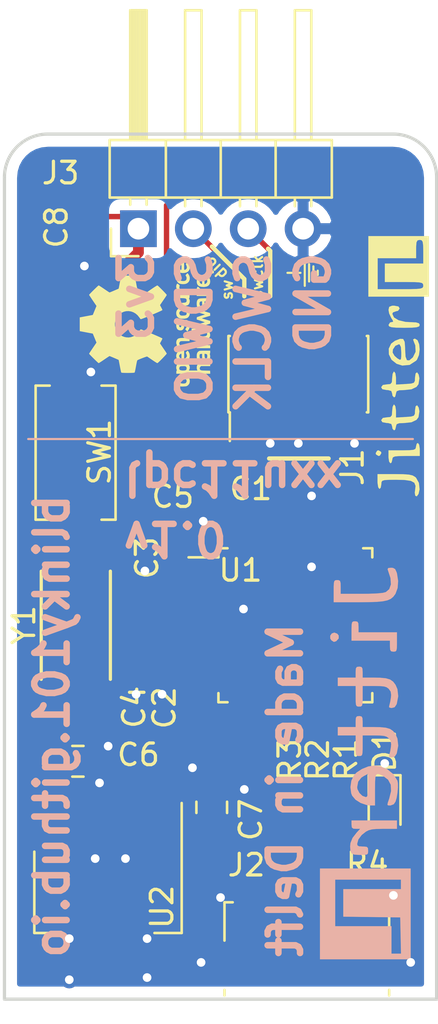
<source format=kicad_pcb>
(kicad_pcb (version 20171130) (host pcbnew 5.0.1-33cea8e~68~ubuntu18.04.1)

  (general
    (thickness 1.6)
    (drawings 35)
    (tracks 188)
    (zones 0)
    (modules 23)
    (nets 54)
  )

  (page A4)
  (layers
    (0 F.Cu signal)
    (31 B.Cu signal)
    (32 B.Adhes user hide)
    (33 F.Adhes user hide)
    (34 B.Paste user hide)
    (35 F.Paste user hide)
    (36 B.SilkS user)
    (37 F.SilkS user)
    (38 B.Mask user hide)
    (39 F.Mask user)
    (40 Dwgs.User user hide)
    (41 Cmts.User user hide)
    (42 Eco1.User user hide)
    (43 Eco2.User user hide)
    (44 Edge.Cuts user)
    (45 Margin user hide)
    (46 B.CrtYd user hide)
    (47 F.CrtYd user hide)
    (48 B.Fab user hide)
    (49 F.Fab user hide)
  )

  (setup
    (last_trace_width 0.25)
    (trace_clearance 0.2)
    (zone_clearance 0.508)
    (zone_45_only no)
    (trace_min 0.2)
    (segment_width 0.1)
    (edge_width 0.15)
    (via_size 0.8)
    (via_drill 0.4)
    (via_min_size 0.4)
    (via_min_drill 0.3)
    (uvia_size 0.3)
    (uvia_drill 0.1)
    (uvias_allowed no)
    (uvia_min_size 0.2)
    (uvia_min_drill 0.1)
    (pcb_text_width 0.3)
    (pcb_text_size 1.5 1.5)
    (mod_edge_width 0.15)
    (mod_text_size 1 1)
    (mod_text_width 0.15)
    (pad_size 1.524 1.524)
    (pad_drill 0.762)
    (pad_to_mask_clearance 0.075)
    (solder_mask_min_width 0.25)
    (aux_axis_origin 20 59.8)
    (grid_origin 20 59.8)
    (visible_elements FFFFFF7F)
    (pcbplotparams
      (layerselection 0x010fc_ffffffff)
      (usegerberextensions false)
      (usegerberattributes false)
      (usegerberadvancedattributes false)
      (creategerberjobfile false)
      (excludeedgelayer true)
      (linewidth 0.100000)
      (plotframeref false)
      (viasonmask false)
      (mode 1)
      (useauxorigin false)
      (hpglpennumber 1)
      (hpglpenspeed 20)
      (hpglpendiameter 15.000000)
      (psnegative false)
      (psa4output false)
      (plotreference true)
      (plotvalue false)
      (plotinvisibletext false)
      (padsonsilk false)
      (subtractmaskfromsilk false)
      (outputformat 1)
      (mirror false)
      (drillshape 0)
      (scaleselection 1)
      (outputdirectory "Fabrication/"))
  )

  (net 0 "")
  (net 1 GND)
  (net 2 +3V3)
  (net 3 "Net-(C3-Pad2)")
  (net 4 "Net-(C4-Pad2)")
  (net 5 /RESET)
  (net 6 +5V)
  (net 7 "Net-(D1-Pad2)")
  (net 8 "Net-(J1-Pad8)")
  (net 9 "Net-(J1-Pad7)")
  (net 10 "Net-(J1-Pad6)")
  (net 11 /SWCLK)
  (net 12 /SWDIO)
  (net 13 "Net-(J2-Pad4)")
  (net 14 /USBD+)
  (net 15 /USBD-)
  (net 16 "Net-(R1-Pad1)")
  (net 17 "Net-(R2-Pad2)")
  (net 18 "Net-(R3-Pad2)")
  (net 19 "Net-(U1-Pad48)")
  (net 20 "Net-(U1-Pad47)")
  (net 21 "Net-(U1-Pad46)")
  (net 22 "Net-(U1-Pad45)")
  (net 23 "Net-(U1-Pad43)")
  (net 24 "Net-(U1-Pad42)")
  (net 25 "Net-(U1-Pad40)")
  (net 26 "Net-(U1-Pad38)")
  (net 27 "Net-(U1-Pad37)")
  (net 28 "Net-(U1-Pad36)")
  (net 29 "Net-(U1-Pad35)")
  (net 30 "Net-(U1-Pad34)")
  (net 31 "Net-(U1-Pad33)")
  (net 32 "Net-(U1-Pad32)")
  (net 33 "Net-(U1-Pad31)")
  (net 34 "Net-(U1-Pad30)")
  (net 35 "Net-(U1-Pad28)")
  (net 36 "Net-(U1-Pad27)")
  (net 37 "Net-(U1-Pad26)")
  (net 38 "Net-(U1-Pad25)")
  (net 39 "Net-(U1-Pad24)")
  (net 40 "Net-(U1-Pad22)")
  (net 41 "Net-(U1-Pad21)")
  (net 42 "Net-(U1-Pad18)")
  (net 43 "Net-(U1-Pad17)")
  (net 44 "Net-(U1-Pad16)")
  (net 45 "Net-(U1-Pad15)")
  (net 46 "Net-(U1-Pad13)")
  (net 47 "Net-(U1-Pad12)")
  (net 48 "Net-(U1-Pad11)")
  (net 49 "Net-(U1-Pad10)")
  (net 50 "Net-(U1-Pad9)")
  (net 51 "Net-(U1-Pad4)")
  (net 52 "Net-(U1-Pad2)")
  (net 53 "Net-(U1-Pad1)")

  (net_class Default "This is the default net class."
    (clearance 0.2)
    (trace_width 0.25)
    (via_dia 0.8)
    (via_drill 0.4)
    (uvia_dia 0.3)
    (uvia_drill 0.1)
    (add_net +3V3)
    (add_net +5V)
    (add_net /RESET)
    (add_net /SWCLK)
    (add_net /SWDIO)
    (add_net /USBD+)
    (add_net /USBD-)
    (add_net GND)
    (add_net "Net-(C3-Pad2)")
    (add_net "Net-(C4-Pad2)")
    (add_net "Net-(D1-Pad2)")
    (add_net "Net-(J1-Pad6)")
    (add_net "Net-(J1-Pad7)")
    (add_net "Net-(J1-Pad8)")
    (add_net "Net-(J2-Pad4)")
    (add_net "Net-(R1-Pad1)")
    (add_net "Net-(R2-Pad2)")
    (add_net "Net-(R3-Pad2)")
    (add_net "Net-(U1-Pad1)")
    (add_net "Net-(U1-Pad10)")
    (add_net "Net-(U1-Pad11)")
    (add_net "Net-(U1-Pad12)")
    (add_net "Net-(U1-Pad13)")
    (add_net "Net-(U1-Pad15)")
    (add_net "Net-(U1-Pad16)")
    (add_net "Net-(U1-Pad17)")
    (add_net "Net-(U1-Pad18)")
    (add_net "Net-(U1-Pad2)")
    (add_net "Net-(U1-Pad21)")
    (add_net "Net-(U1-Pad22)")
    (add_net "Net-(U1-Pad24)")
    (add_net "Net-(U1-Pad25)")
    (add_net "Net-(U1-Pad26)")
    (add_net "Net-(U1-Pad27)")
    (add_net "Net-(U1-Pad28)")
    (add_net "Net-(U1-Pad30)")
    (add_net "Net-(U1-Pad31)")
    (add_net "Net-(U1-Pad32)")
    (add_net "Net-(U1-Pad33)")
    (add_net "Net-(U1-Pad34)")
    (add_net "Net-(U1-Pad35)")
    (add_net "Net-(U1-Pad36)")
    (add_net "Net-(U1-Pad37)")
    (add_net "Net-(U1-Pad38)")
    (add_net "Net-(U1-Pad4)")
    (add_net "Net-(U1-Pad40)")
    (add_net "Net-(U1-Pad42)")
    (add_net "Net-(U1-Pad43)")
    (add_net "Net-(U1-Pad45)")
    (add_net "Net-(U1-Pad46)")
    (add_net "Net-(U1-Pad47)")
    (add_net "Net-(U1-Pad48)")
    (add_net "Net-(U1-Pad9)")
  )

  (module Jitter_Footprints:Crystal_SMD_TXC_7A-2Pin_5.0x3.2mm (layer F.Cu) (tedit 5BC72016) (tstamp 5BB5DACD)
    (at 23.302498 42.510002 270)
    (path /5B895E78)
    (fp_text reference Y1 (at -0.010002 2.402498 270) (layer F.SilkS)
      (effects (font (size 1 1) (thickness 0.15)))
    )
    (fp_text value Crystal (at 1.4 3.2 270) (layer F.Fab)
      (effects (font (size 1 1) (thickness 0.15)))
    )
    (fp_line (start 3.2 2.1) (end 3.2 -2.1) (layer F.CrtYd) (width 0.05))
    (fp_line (start -3.2 2.1) (end 3.2 2.1) (layer F.CrtYd) (width 0.05))
    (fp_line (start -3.2 -2.1) (end -3.2 2.1) (layer F.CrtYd) (width 0.05))
    (fp_line (start 3.2 -2.1) (end -3.2 -2.1) (layer F.CrtYd) (width 0.05))
    (fp_line (start -2.5 1.6) (end 2.5 1.6) (layer F.SilkS) (width 0.15))
    (fp_line (start -2.5 -1.6) (end 2.5 -1.6) (layer F.SilkS) (width 0.15))
    (pad 2 smd rect (at 1.85 0 270) (size 1.7 2.4) (layers F.Cu F.Paste F.Mask)
      (net 4 "Net-(C4-Pad2)"))
    (pad 1 smd rect (at -1.85 0 270) (size 1.7 2.4) (layers F.Cu F.Paste F.Mask)
      (net 3 "Net-(C3-Pad2)"))
    (model :jitter:CRYSTAL_SMD_TXC_7A-2Pin_5.0x3.2mm.step
      (offset (xyz -2.5 -1.58 0))
      (scale (xyz 1 1 1))
      (rotate (xyz 0 0 0))
    )
  )

  (module Logo:Jitter-med (layer B.Cu) (tedit 0) (tstamp 5BB5DF7A)
    (at 36.7 48.681142 270)
    (fp_text reference G*** (at 0 0 270) (layer B.SilkS) hide
      (effects (font (size 1.524 1.524) (thickness 0.3)) (justify mirror))
    )
    (fp_text value LOGO (at 0.75 0 270) (layer B.SilkS) hide
      (effects (font (size 1.524 1.524) (thickness 0.3)) (justify mirror))
    )
    (fp_poly (pts (xy 9.271 -2.0955) (xy 5.08 -2.0955) (xy 5.08 1.397) (xy 5.588 1.397)
      (xy 5.588 -1.651) (xy 6.0325 -1.651) (xy 6.0325 1.016) (xy 7.299923 1.016)
      (xy 7.317086 -0.301625) (xy 7.33425 -1.61925) (xy 9.017 -1.654686) (xy 9.017 -1.2065)
      (xy 7.747 -1.2065) (xy 7.747 1.397) (xy 5.588 1.397) (xy 5.08 1.397)
      (xy 5.08 2.0955) (xy 9.271 2.0955) (xy 9.271 -2.0955)) (layer B.SilkS) (width 0.01))
    (fp_poly (pts (xy -7.239 0.315461) (xy -7.242506 -0.16564) (xy -7.255741 -0.53762) (xy -7.282785 -0.818232)
      (xy -7.327717 -1.025228) (xy -7.394614 -1.176362) (xy -7.487555 -1.289386) (xy -7.61062 -1.382054)
      (xy -7.632054 -1.395372) (xy -7.893946 -1.491707) (xy -8.216901 -1.515199) (xy -8.556422 -1.46362)
      (xy -8.620125 -1.444831) (xy -8.765161 -1.377959) (xy -8.820696 -1.276615) (xy -8.8265 -1.19052)
      (xy -8.813627 -1.062603) (xy -8.76152 -1.034619) (xy -8.715375 -1.049688) (xy -8.353236 -1.168186)
      (xy -8.059079 -1.188283) (xy -7.837666 -1.110439) (xy -7.701661 -0.951445) (xy -7.663615 -0.803913)
      (xy -7.637661 -0.534593) (xy -7.62367 -0.141714) (xy -7.620937 0.174625) (xy -7.62 1.143)
      (xy -7.9375 1.143) (xy -8.125934 1.148147) (xy -8.219938 1.174414) (xy -8.251993 1.23804)
      (xy -8.255 1.30175) (xy -8.249587 1.380484) (xy -8.216072 1.427628) (xy -8.128544 1.45128)
      (xy -7.961091 1.459537) (xy -7.747 1.4605) (xy -7.239 1.4605) (xy -7.239 0.315461)) (layer B.SilkS) (width 0.01))
    (fp_poly (pts (xy -3.3655 0.4445) (xy -2.88925 0.4445) (xy -2.64701 0.442522) (xy -2.505014 0.430642)
      (xy -2.436512 0.399943) (xy -2.414751 0.341509) (xy -2.413 0.28575) (xy -2.418936 0.205004)
      (xy -2.454576 0.157672) (xy -2.546672 0.134838) (xy -2.721975 0.127584) (xy -2.88925 0.127)
      (xy -3.3655 0.127) (xy -3.3655 -0.41275) (xy -3.361259 -0.687384) (xy -3.344269 -0.867257)
      (xy -3.308135 -0.984447) (xy -3.246461 -1.071033) (xy -3.231079 -1.086921) (xy -3.108324 -1.175567)
      (xy -2.954417 -1.198994) (xy -2.834204 -1.189186) (xy -2.639391 -1.1578) (xy -2.485086 -1.120251)
      (xy -2.460625 -1.111471) (xy -2.377617 -1.102454) (xy -2.35032 -1.188313) (xy -2.3495 -1.225244)
      (xy -2.38326 -1.354152) (xy -2.505436 -1.437674) (xy -2.549476 -1.454288) (xy -2.889966 -1.519453)
      (xy -3.214956 -1.482851) (xy -3.414708 -1.396733) (xy -3.560511 -1.285558) (xy -3.657778 -1.145589)
      (xy -3.715267 -0.950746) (xy -3.741735 -0.674951) (xy -3.7465 -0.408616) (xy -3.7465 0.127)
      (xy -4.0005 0.127) (xy -4.164148 0.135665) (xy -4.236884 0.176536) (xy -4.25441 0.271926)
      (xy -4.2545 0.28575) (xy -4.240637 0.38803) (xy -4.175244 0.43349) (xy -4.02262 0.444444)
      (xy -4.0005 0.4445) (xy -3.7465 0.4445) (xy -3.7465 1.27) (xy -3.3655 1.27)
      (xy -3.3655 0.4445)) (layer B.SilkS) (width 0.01))
    (fp_poly (pts (xy -1.0795 0.4445) (xy -0.60325 0.4445) (xy -0.36101 0.442522) (xy -0.219014 0.430642)
      (xy -0.150512 0.399943) (xy -0.128751 0.341509) (xy -0.127 0.28575) (xy -0.132936 0.205004)
      (xy -0.168576 0.157672) (xy -0.260672 0.134838) (xy -0.435975 0.127584) (xy -0.60325 0.127)
      (xy -1.0795 0.127) (xy -1.0795 -0.41275) (xy -1.075259 -0.687384) (xy -1.058269 -0.867257)
      (xy -1.022135 -0.984447) (xy -0.960461 -1.071033) (xy -0.945079 -1.086921) (xy -0.822324 -1.175567)
      (xy -0.668417 -1.198994) (xy -0.548204 -1.189186) (xy -0.353391 -1.1578) (xy -0.199086 -1.120251)
      (xy -0.174625 -1.111471) (xy -0.091617 -1.102454) (xy -0.06432 -1.188313) (xy -0.0635 -1.225244)
      (xy -0.09726 -1.354152) (xy -0.219436 -1.437674) (xy -0.263476 -1.454288) (xy -0.603966 -1.519453)
      (xy -0.928956 -1.482851) (xy -1.128708 -1.396733) (xy -1.274511 -1.285558) (xy -1.371778 -1.145589)
      (xy -1.429267 -0.950746) (xy -1.455735 -0.674951) (xy -1.4605 -0.408616) (xy -1.4605 0.127)
      (xy -1.7145 0.127) (xy -1.878148 0.135665) (xy -1.950884 0.176536) (xy -1.96841 0.271926)
      (xy -1.9685 0.28575) (xy -1.954637 0.38803) (xy -1.889244 0.43349) (xy -1.73662 0.444444)
      (xy -1.7145 0.4445) (xy -1.4605 0.4445) (xy -1.4605 1.27) (xy -1.0795 1.27)
      (xy -1.0795 0.4445)) (layer B.SilkS) (width 0.01))
    (fp_poly (pts (xy 1.597154 0.650122) (xy 1.708967 0.606112) (xy 1.893306 0.450304) (xy 2.044261 0.212252)
      (xy 2.138248 -0.063669) (xy 2.157605 -0.238125) (xy 2.159 -0.4445) (xy 1.42875 -0.4445)
      (xy 1.093114 -0.447106) (xy 0.869231 -0.461001) (xy 0.741873 -0.495301) (xy 0.695812 -0.55912)
      (xy 0.715819 -0.661573) (xy 0.786666 -0.811775) (xy 0.793387 -0.824798) (xy 0.968898 -1.056956)
      (xy 1.201727 -1.180218) (xy 1.49662 -1.195881) (xy 1.8415 -1.11125) (xy 2.026462 -1.04683)
      (xy 2.120863 -1.026552) (xy 2.154985 -1.055502) (xy 2.15911 -1.138763) (xy 2.159 -1.164557)
      (xy 2.102085 -1.312723) (xy 1.984375 -1.393545) (xy 1.814999 -1.444937) (xy 1.584118 -1.48326)
      (xy 1.339845 -1.504117) (xy 1.130293 -1.503111) (xy 1.016 -1.48203) (xy 0.716547 -1.292082)
      (xy 0.489124 -1.014974) (xy 0.351823 -0.678525) (xy 0.318894 -0.410329) (xy 0.361965 -0.136831)
      (xy 0.365903 -0.127) (xy 0.695238 -0.127) (xy 1.236619 -0.127) (xy 1.502526 -0.123767)
      (xy 1.665331 -0.110931) (xy 1.74884 -0.083785) (xy 1.776856 -0.037624) (xy 1.778 -0.019967)
      (xy 1.722836 0.135227) (xy 1.586127 0.276734) (xy 1.411045 0.366901) (xy 1.318256 0.381)
      (xy 1.059259 0.333487) (xy 0.869725 0.183277) (xy 0.792776 0.061618) (xy 0.695238 -0.127)
      (xy 0.365903 -0.127) (xy 0.477197 0.150791) (xy 0.639554 0.400581) (xy 0.77062 0.527141)
      (xy 1.019183 0.64264) (xy 1.313711 0.685234) (xy 1.597154 0.650122)) (layer B.SilkS) (width 0.01))
    (fp_poly (pts (xy -5.461 -1.143) (xy -5.207 -1.143) (xy -5.043353 -1.151664) (xy -4.970617 -1.192535)
      (xy -4.953091 -1.287925) (xy -4.953 -1.30175) (xy -4.959537 -1.384688) (xy -4.997595 -1.432155)
      (xy -5.09485 -1.454035) (xy -5.278974 -1.46021) (xy -5.3975 -1.4605) (xy -5.842 -1.4605)
      (xy -5.842 0.3175) (xy -6.096 0.3175) (xy -6.259648 0.326165) (xy -6.332384 0.367036)
      (xy -6.34991 0.462426) (xy -6.35 0.47625) (xy -6.343464 0.559189) (xy -6.305406 0.606656)
      (xy -6.208151 0.628536) (xy -6.024027 0.634711) (xy -5.9055 0.635) (xy -5.461 0.635)
      (xy -5.461 -1.143)) (layer B.SilkS) (width 0.01))
    (fp_poly (pts (xy 4.258308 0.686271) (xy 4.37584 0.631783) (xy 4.43032 0.508343) (xy 4.444841 0.289254)
      (xy 4.445 0.247207) (xy 4.442371 0.038677) (xy 4.424236 -0.073057) (xy 4.375216 -0.1182)
      (xy 4.279937 -0.126957) (xy 4.2545 -0.127) (xy 4.132349 -0.116969) (xy 4.078049 -0.062615)
      (xy 4.0643 0.072459) (xy 4.064 0.127) (xy 4.053541 0.292877) (xy 4.010772 0.366259)
      (xy 3.934765 0.381) (xy 3.731359 0.324245) (xy 3.525424 0.170304) (xy 3.366618 -0.02994)
      (xy 3.303538 -0.155487) (xy 3.264604 -0.30534) (xy 3.244659 -0.51245) (xy 3.238548 -0.80977)
      (xy 3.2385 -0.84887) (xy 3.2385 -1.4605) (xy 2.8575 -1.4605) (xy 2.8575 0.635)
      (xy 3.048 0.635) (xy 3.180184 0.620667) (xy 3.231094 0.551113) (xy 3.2385 0.43262)
      (xy 3.2385 0.23024) (xy 3.413125 0.393111) (xy 3.663811 0.588639) (xy 3.899625 0.683311)
      (xy 4.054631 0.6985) (xy 4.258308 0.686271)) (layer B.SilkS) (width 0.01))
    (fp_poly (pts (xy -5.55653 1.618507) (xy -5.473028 1.563242) (xy -5.404264 1.45362) (xy -5.437133 1.348184)
      (xy -5.55974 1.235958) (xy -5.695658 1.235814) (xy -5.775569 1.298218) (xy -5.828499 1.432638)
      (xy -5.787768 1.549983) (xy -5.686177 1.621517) (xy -5.55653 1.618507)) (layer B.SilkS) (width 0.01))
  )

  (module Capacitor_SMD:C_0402_1005Metric (layer F.Cu) (tedit 5B301BBE) (tstamp 5BB5DC02)
    (at 27.292498 44.230002 270)
    (descr "Capacitor SMD 0402 (1005 Metric), square (rectangular) end terminal, IPC_7351 nominal, (Body size source: http://www.tortai-tech.com/upload/download/2011102023233369053.pdf), generated with kicad-footprint-generator")
    (tags capacitor)
    (path /5B895B86)
    (attr smd)
    (fp_text reference C2 (at 2.1 -0.107502 270) (layer F.SilkS)
      (effects (font (size 1 1) (thickness 0.15)))
    )
    (fp_text value 100nF (at 0 1.17 270) (layer F.Fab)
      (effects (font (size 1 1) (thickness 0.15)))
    )
    (fp_text user %R (at 0 0 270) (layer F.Fab)
      (effects (font (size 0.25 0.25) (thickness 0.04)))
    )
    (fp_line (start 0.93 0.47) (end -0.93 0.47) (layer F.CrtYd) (width 0.05))
    (fp_line (start 0.93 -0.47) (end 0.93 0.47) (layer F.CrtYd) (width 0.05))
    (fp_line (start -0.93 -0.47) (end 0.93 -0.47) (layer F.CrtYd) (width 0.05))
    (fp_line (start -0.93 0.47) (end -0.93 -0.47) (layer F.CrtYd) (width 0.05))
    (fp_line (start 0.5 0.25) (end -0.5 0.25) (layer F.Fab) (width 0.1))
    (fp_line (start 0.5 -0.25) (end 0.5 0.25) (layer F.Fab) (width 0.1))
    (fp_line (start -0.5 -0.25) (end 0.5 -0.25) (layer F.Fab) (width 0.1))
    (fp_line (start -0.5 0.25) (end -0.5 -0.25) (layer F.Fab) (width 0.1))
    (pad 2 smd roundrect (at 0.485 0 270) (size 0.59 0.64) (layers F.Cu F.Paste F.Mask) (roundrect_rratio 0.25)
      (net 1 GND))
    (pad 1 smd roundrect (at -0.485 0 270) (size 0.59 0.64) (layers F.Cu F.Paste F.Mask) (roundrect_rratio 0.25)
      (net 2 +3V3))
    (model ${KISYS3DMOD}/Capacitor_SMD.3dshapes/C_0402_1005Metric.wrl
      (at (xyz 0 0 0))
      (scale (xyz 1 1 1))
      (rotate (xyz 0 0 0))
    )
  )

  (module Resistor_SMD:R_0402_1005Metric (layer F.Cu) (tedit 5B301BBD) (tstamp 5BB5DBF4)
    (at 33.292498 50.630002 90)
    (descr "Resistor SMD 0402 (1005 Metric), square (rectangular) end terminal, IPC_7351 nominal, (Body size source: http://www.tortai-tech.com/upload/download/2011102023233369053.pdf), generated with kicad-footprint-generator")
    (tags resistor)
    (path /5B92769F)
    (attr smd)
    (fp_text reference R3 (at 1.9 -0.092498 90) (layer F.SilkS)
      (effects (font (size 1 1) (thickness 0.15)))
    )
    (fp_text value 33R (at 0 1.17 90) (layer F.Fab)
      (effects (font (size 1 1) (thickness 0.15)))
    )
    (fp_text user %R (at 0 0 90) (layer F.Fab)
      (effects (font (size 0.25 0.25) (thickness 0.04)))
    )
    (fp_line (start 0.93 0.47) (end -0.93 0.47) (layer F.CrtYd) (width 0.05))
    (fp_line (start 0.93 -0.47) (end 0.93 0.47) (layer F.CrtYd) (width 0.05))
    (fp_line (start -0.93 -0.47) (end 0.93 -0.47) (layer F.CrtYd) (width 0.05))
    (fp_line (start -0.93 0.47) (end -0.93 -0.47) (layer F.CrtYd) (width 0.05))
    (fp_line (start 0.5 0.25) (end -0.5 0.25) (layer F.Fab) (width 0.1))
    (fp_line (start 0.5 -0.25) (end 0.5 0.25) (layer F.Fab) (width 0.1))
    (fp_line (start -0.5 -0.25) (end 0.5 -0.25) (layer F.Fab) (width 0.1))
    (fp_line (start -0.5 0.25) (end -0.5 -0.25) (layer F.Fab) (width 0.1))
    (pad 2 smd roundrect (at 0.485 0 90) (size 0.59 0.64) (layers F.Cu F.Paste F.Mask) (roundrect_rratio 0.25)
      (net 18 "Net-(R3-Pad2)"))
    (pad 1 smd roundrect (at -0.485 0 90) (size 0.59 0.64) (layers F.Cu F.Paste F.Mask) (roundrect_rratio 0.25)
      (net 15 /USBD-))
    (model ${KISYS3DMOD}/Resistor_SMD.3dshapes/R_0402_1005Metric.wrl
      (at (xyz 0 0 0))
      (scale (xyz 1 1 1))
      (rotate (xyz 0 0 0))
    )
  )

  (module Resistor_SMD:R_0402_1005Metric (layer F.Cu) (tedit 5B301BBD) (tstamp 5BB5DBE6)
    (at 34.492498 50.630002 90)
    (descr "Resistor SMD 0402 (1005 Metric), square (rectangular) end terminal, IPC_7351 nominal, (Body size source: http://www.tortai-tech.com/upload/download/2011102023233369053.pdf), generated with kicad-footprint-generator")
    (tags resistor)
    (path /5B922E1A)
    (attr smd)
    (fp_text reference R2 (at 1.9 0 90) (layer F.SilkS)
      (effects (font (size 1 1) (thickness 0.15)))
    )
    (fp_text value 33R (at 0 1.17 90) (layer F.Fab)
      (effects (font (size 1 1) (thickness 0.15)))
    )
    (fp_line (start -0.5 0.25) (end -0.5 -0.25) (layer F.Fab) (width 0.1))
    (fp_line (start -0.5 -0.25) (end 0.5 -0.25) (layer F.Fab) (width 0.1))
    (fp_line (start 0.5 -0.25) (end 0.5 0.25) (layer F.Fab) (width 0.1))
    (fp_line (start 0.5 0.25) (end -0.5 0.25) (layer F.Fab) (width 0.1))
    (fp_line (start -0.93 0.47) (end -0.93 -0.47) (layer F.CrtYd) (width 0.05))
    (fp_line (start -0.93 -0.47) (end 0.93 -0.47) (layer F.CrtYd) (width 0.05))
    (fp_line (start 0.93 -0.47) (end 0.93 0.47) (layer F.CrtYd) (width 0.05))
    (fp_line (start 0.93 0.47) (end -0.93 0.47) (layer F.CrtYd) (width 0.05))
    (fp_text user %R (at 0 0 90) (layer F.Fab)
      (effects (font (size 0.25 0.25) (thickness 0.04)))
    )
    (pad 1 smd roundrect (at -0.485 0 90) (size 0.59 0.64) (layers F.Cu F.Paste F.Mask) (roundrect_rratio 0.25)
      (net 14 /USBD+))
    (pad 2 smd roundrect (at 0.485 0 90) (size 0.59 0.64) (layers F.Cu F.Paste F.Mask) (roundrect_rratio 0.25)
      (net 17 "Net-(R2-Pad2)"))
    (model ${KISYS3DMOD}/Resistor_SMD.3dshapes/R_0402_1005Metric.wrl
      (at (xyz 0 0 0))
      (scale (xyz 1 1 1))
      (rotate (xyz 0 0 0))
    )
  )

  (module LED_SMD:LED_0603_1608Metric (layer F.Cu) (tedit 5B301BBE) (tstamp 5BB5DBD4)
    (at 37.592498 50.930002 270)
    (descr "LED SMD 0603 (1608 Metric), square (rectangular) end terminal, IPC_7351 nominal, (Body size source: http://www.tortai-tech.com/upload/download/2011102023233369053.pdf), generated with kicad-footprint-generator")
    (tags diode)
    (path /5B894E78)
    (attr smd)
    (fp_text reference D1 (at -2.6 0 270) (layer F.SilkS)
      (effects (font (size 1 1) (thickness 0.15)))
    )
    (fp_text value LED (at 0 1.43 270) (layer F.Fab)
      (effects (font (size 1 1) (thickness 0.15)))
    )
    (fp_line (start 0.8 -0.4) (end -0.5 -0.4) (layer F.Fab) (width 0.1))
    (fp_line (start -0.5 -0.4) (end -0.8 -0.1) (layer F.Fab) (width 0.1))
    (fp_line (start -0.8 -0.1) (end -0.8 0.4) (layer F.Fab) (width 0.1))
    (fp_line (start -0.8 0.4) (end 0.8 0.4) (layer F.Fab) (width 0.1))
    (fp_line (start 0.8 0.4) (end 0.8 -0.4) (layer F.Fab) (width 0.1))
    (fp_line (start 0.8 -0.735) (end -1.485 -0.735) (layer F.SilkS) (width 0.12))
    (fp_line (start -1.485 -0.735) (end -1.485 0.735) (layer F.SilkS) (width 0.12))
    (fp_line (start -1.485 0.735) (end 0.8 0.735) (layer F.SilkS) (width 0.12))
    (fp_line (start -1.48 0.73) (end -1.48 -0.73) (layer F.CrtYd) (width 0.05))
    (fp_line (start -1.48 -0.73) (end 1.48 -0.73) (layer F.CrtYd) (width 0.05))
    (fp_line (start 1.48 -0.73) (end 1.48 0.73) (layer F.CrtYd) (width 0.05))
    (fp_line (start 1.48 0.73) (end -1.48 0.73) (layer F.CrtYd) (width 0.05))
    (fp_text user %R (at 0 0 270) (layer F.Fab)
      (effects (font (size 0.4 0.4) (thickness 0.06)))
    )
    (pad 1 smd roundrect (at -0.7875 0 270) (size 0.875 0.95) (layers F.Cu F.Paste F.Mask) (roundrect_rratio 0.25)
      (net 1 GND))
    (pad 2 smd roundrect (at 0.7875 0 270) (size 0.875 0.95) (layers F.Cu F.Paste F.Mask) (roundrect_rratio 0.25)
      (net 7 "Net-(D1-Pad2)"))
    (model ${KISYS3DMOD}/LED_SMD.3dshapes/LED_0603_1608Metric.wrl
      (at (xyz 0 0 0))
      (scale (xyz 1 1 1))
      (rotate (xyz 0 0 0))
    )
  )

  (module Capacitor_SMD:C_0402_1005Metric locked (layer F.Cu) (tedit 5B301BBE) (tstamp 5BB5DBC6)
    (at 33.462498 36.160002)
    (descr "Capacitor SMD 0402 (1005 Metric), square (rectangular) end terminal, IPC_7351 nominal, (Body size source: http://www.tortai-tech.com/upload/download/2011102023233369053.pdf), generated with kicad-footprint-generator")
    (tags capacitor)
    (path /5B895B15)
    (attr smd)
    (fp_text reference C1 (at -2.062498 0.039998) (layer F.SilkS)
      (effects (font (size 1 1) (thickness 0.15)))
    )
    (fp_text value 100nF (at 0 1.17) (layer F.Fab)
      (effects (font (size 1 1) (thickness 0.15)))
    )
    (fp_line (start -0.5 0.25) (end -0.5 -0.25) (layer F.Fab) (width 0.1))
    (fp_line (start -0.5 -0.25) (end 0.5 -0.25) (layer F.Fab) (width 0.1))
    (fp_line (start 0.5 -0.25) (end 0.5 0.25) (layer F.Fab) (width 0.1))
    (fp_line (start 0.5 0.25) (end -0.5 0.25) (layer F.Fab) (width 0.1))
    (fp_line (start -0.93 0.47) (end -0.93 -0.47) (layer F.CrtYd) (width 0.05))
    (fp_line (start -0.93 -0.47) (end 0.93 -0.47) (layer F.CrtYd) (width 0.05))
    (fp_line (start 0.93 -0.47) (end 0.93 0.47) (layer F.CrtYd) (width 0.05))
    (fp_line (start 0.93 0.47) (end -0.93 0.47) (layer F.CrtYd) (width 0.05))
    (fp_text user %R (at 4.78 -5.08) (layer F.Fab)
      (effects (font (size 0.25 0.25) (thickness 0.04)))
    )
    (pad 1 smd roundrect (at -0.485 0) (size 0.59 0.64) (layers F.Cu F.Paste F.Mask) (roundrect_rratio 0.25)
      (net 2 +3V3))
    (pad 2 smd roundrect (at 0.485 0) (size 0.59 0.64) (layers F.Cu F.Paste F.Mask) (roundrect_rratio 0.25)
      (net 1 GND))
    (model ${KISYS3DMOD}/Capacitor_SMD.3dshapes/C_0402_1005Metric.wrl
      (at (xyz 0 0 0))
      (scale (xyz 1 1 1))
      (rotate (xyz 0 0 0))
    )
  )

  (module Capacitor_SMD:C_0402_1005Metric (layer F.Cu) (tedit 5B301BBE) (tstamp 5BB5DBB8)
    (at 23.7 24.1 270)
    (descr "Capacitor SMD 0402 (1005 Metric), square (rectangular) end terminal, IPC_7351 nominal, (Body size source: http://www.tortai-tech.com/upload/download/2011102023233369053.pdf), generated with kicad-footprint-generator")
    (tags capacitor)
    (path /5B9276E8)
    (attr smd)
    (fp_text reference C8 (at 0 1.3 270) (layer F.SilkS)
      (effects (font (size 1 1) (thickness 0.15)))
    )
    (fp_text value 100nF (at 0 1.17 270) (layer F.Fab)
      (effects (font (size 1 1) (thickness 0.15)))
    )
    (fp_line (start -0.5 0.25) (end -0.5 -0.25) (layer F.Fab) (width 0.1))
    (fp_line (start -0.5 -0.25) (end 0.5 -0.25) (layer F.Fab) (width 0.1))
    (fp_line (start 0.5 -0.25) (end 0.5 0.25) (layer F.Fab) (width 0.1))
    (fp_line (start 0.5 0.25) (end -0.5 0.25) (layer F.Fab) (width 0.1))
    (fp_line (start -0.93 0.47) (end -0.93 -0.47) (layer F.CrtYd) (width 0.05))
    (fp_line (start -0.93 -0.47) (end 0.93 -0.47) (layer F.CrtYd) (width 0.05))
    (fp_line (start 0.93 -0.47) (end 0.93 0.47) (layer F.CrtYd) (width 0.05))
    (fp_line (start 0.93 0.47) (end -0.93 0.47) (layer F.CrtYd) (width 0.05))
    (fp_text user %R (at 0 0 270) (layer F.Fab)
      (effects (font (size 0.25 0.25) (thickness 0.04)))
    )
    (pad 1 smd roundrect (at -0.485 0 270) (size 0.59 0.64) (layers F.Cu F.Paste F.Mask) (roundrect_rratio 0.25)
      (net 2 +3V3))
    (pad 2 smd roundrect (at 0.485 0 270) (size 0.59 0.64) (layers F.Cu F.Paste F.Mask) (roundrect_rratio 0.25)
      (net 1 GND))
    (model ${KISYS3DMOD}/Capacitor_SMD.3dshapes/C_0402_1005Metric.wrl
      (at (xyz 0 0 0))
      (scale (xyz 1 1 1))
      (rotate (xyz 0 0 0))
    )
  )

  (module Capacitor_SMD:C_0402_1005Metric (layer F.Cu) (tedit 5B301BBE) (tstamp 5BB5DBAA)
    (at 26.592498 41.430002 270)
    (descr "Capacitor SMD 0402 (1005 Metric), square (rectangular) end terminal, IPC_7351 nominal, (Body size source: http://www.tortai-tech.com/upload/download/2011102023233369053.pdf), generated with kicad-footprint-generator")
    (tags capacitor)
    (path /5B896120)
    (attr smd)
    (fp_text reference C3 (at -2.030002 -0.007502 90) (layer F.SilkS)
      (effects (font (size 1 1) (thickness 0.15)))
    )
    (fp_text value 18pF (at 0 1.17 270) (layer F.Fab)
      (effects (font (size 1 1) (thickness 0.15)))
    )
    (fp_line (start -0.5 0.25) (end -0.5 -0.25) (layer F.Fab) (width 0.1))
    (fp_line (start -0.5 -0.25) (end 0.5 -0.25) (layer F.Fab) (width 0.1))
    (fp_line (start 0.5 -0.25) (end 0.5 0.25) (layer F.Fab) (width 0.1))
    (fp_line (start 0.5 0.25) (end -0.5 0.25) (layer F.Fab) (width 0.1))
    (fp_line (start -0.93 0.47) (end -0.93 -0.47) (layer F.CrtYd) (width 0.05))
    (fp_line (start -0.93 -0.47) (end 0.93 -0.47) (layer F.CrtYd) (width 0.05))
    (fp_line (start 0.93 -0.47) (end 0.93 0.47) (layer F.CrtYd) (width 0.05))
    (fp_line (start 0.93 0.47) (end -0.93 0.47) (layer F.CrtYd) (width 0.05))
    (fp_text user %R (at 0 0 270) (layer F.Fab)
      (effects (font (size 0.25 0.25) (thickness 0.04)))
    )
    (pad 1 smd roundrect (at -0.485 0 270) (size 0.59 0.64) (layers F.Cu F.Paste F.Mask) (roundrect_rratio 0.25)
      (net 1 GND))
    (pad 2 smd roundrect (at 0.485 0 270) (size 0.59 0.64) (layers F.Cu F.Paste F.Mask) (roundrect_rratio 0.25)
      (net 3 "Net-(C3-Pad2)"))
    (model ${KISYS3DMOD}/Capacitor_SMD.3dshapes/C_0402_1005Metric.wrl
      (at (xyz 0 0 0))
      (scale (xyz 1 1 1))
      (rotate (xyz 0 0 0))
    )
  )

  (module Connector_PinHeader_2.54mm:PinHeader_1x04_P2.54mm_Horizontal (layer F.Cu) (tedit 59FED5CB) (tstamp 5BB5DB5E)
    (at 26.2 24.175 90)
    (descr "Through hole angled pin header, 1x04, 2.54mm pitch, 6mm pin length, single row")
    (tags "Through hole angled pin header THT 1x04 2.54mm single row")
    (path /5B917A3C)
    (fp_text reference J3 (at 2.575 -3.6) (layer F.SilkS)
      (effects (font (size 1 1) (thickness 0.15)))
    )
    (fp_text value Conn_01x04_Male (at 4.385 9.89 90) (layer F.Fab)
      (effects (font (size 1 1) (thickness 0.15)))
    )
    (fp_line (start 2.135 -1.27) (end 4.04 -1.27) (layer F.Fab) (width 0.1))
    (fp_line (start 4.04 -1.27) (end 4.04 8.89) (layer F.Fab) (width 0.1))
    (fp_line (start 4.04 8.89) (end 1.5 8.89) (layer F.Fab) (width 0.1))
    (fp_line (start 1.5 8.89) (end 1.5 -0.635) (layer F.Fab) (width 0.1))
    (fp_line (start 1.5 -0.635) (end 2.135 -1.27) (layer F.Fab) (width 0.1))
    (fp_line (start -0.32 -0.32) (end 1.5 -0.32) (layer F.Fab) (width 0.1))
    (fp_line (start -0.32 -0.32) (end -0.32 0.32) (layer F.Fab) (width 0.1))
    (fp_line (start -0.32 0.32) (end 1.5 0.32) (layer F.Fab) (width 0.1))
    (fp_line (start 4.04 -0.32) (end 10.04 -0.32) (layer F.Fab) (width 0.1))
    (fp_line (start 10.04 -0.32) (end 10.04 0.32) (layer F.Fab) (width 0.1))
    (fp_line (start 4.04 0.32) (end 10.04 0.32) (layer F.Fab) (width 0.1))
    (fp_line (start -0.32 2.22) (end 1.5 2.22) (layer F.Fab) (width 0.1))
    (fp_line (start -0.32 2.22) (end -0.32 2.86) (layer F.Fab) (width 0.1))
    (fp_line (start -0.32 2.86) (end 1.5 2.86) (layer F.Fab) (width 0.1))
    (fp_line (start 4.04 2.22) (end 10.04 2.22) (layer F.Fab) (width 0.1))
    (fp_line (start 10.04 2.22) (end 10.04 2.86) (layer F.Fab) (width 0.1))
    (fp_line (start 4.04 2.86) (end 10.04 2.86) (layer F.Fab) (width 0.1))
    (fp_line (start -0.32 4.76) (end 1.5 4.76) (layer F.Fab) (width 0.1))
    (fp_line (start -0.32 4.76) (end -0.32 5.4) (layer F.Fab) (width 0.1))
    (fp_line (start -0.32 5.4) (end 1.5 5.4) (layer F.Fab) (width 0.1))
    (fp_line (start 4.04 4.76) (end 10.04 4.76) (layer F.Fab) (width 0.1))
    (fp_line (start 10.04 4.76) (end 10.04 5.4) (layer F.Fab) (width 0.1))
    (fp_line (start 4.04 5.4) (end 10.04 5.4) (layer F.Fab) (width 0.1))
    (fp_line (start -0.32 7.3) (end 1.5 7.3) (layer F.Fab) (width 0.1))
    (fp_line (start -0.32 7.3) (end -0.32 7.94) (layer F.Fab) (width 0.1))
    (fp_line (start -0.32 7.94) (end 1.5 7.94) (layer F.Fab) (width 0.1))
    (fp_line (start 4.04 7.3) (end 10.04 7.3) (layer F.Fab) (width 0.1))
    (fp_line (start 10.04 7.3) (end 10.04 7.94) (layer F.Fab) (width 0.1))
    (fp_line (start 4.04 7.94) (end 10.04 7.94) (layer F.Fab) (width 0.1))
    (fp_line (start 1.44 -1.33) (end 1.44 8.95) (layer F.SilkS) (width 0.12))
    (fp_line (start 1.44 8.95) (end 4.1 8.95) (layer F.SilkS) (width 0.12))
    (fp_line (start 4.1 8.95) (end 4.1 -1.33) (layer F.SilkS) (width 0.12))
    (fp_line (start 4.1 -1.33) (end 1.44 -1.33) (layer F.SilkS) (width 0.12))
    (fp_line (start 4.1 -0.38) (end 10.1 -0.38) (layer F.SilkS) (width 0.12))
    (fp_line (start 10.1 -0.38) (end 10.1 0.38) (layer F.SilkS) (width 0.12))
    (fp_line (start 10.1 0.38) (end 4.1 0.38) (layer F.SilkS) (width 0.12))
    (fp_line (start 4.1 -0.32) (end 10.1 -0.32) (layer F.SilkS) (width 0.12))
    (fp_line (start 4.1 -0.2) (end 10.1 -0.2) (layer F.SilkS) (width 0.12))
    (fp_line (start 4.1 -0.08) (end 10.1 -0.08) (layer F.SilkS) (width 0.12))
    (fp_line (start 4.1 0.04) (end 10.1 0.04) (layer F.SilkS) (width 0.12))
    (fp_line (start 4.1 0.16) (end 10.1 0.16) (layer F.SilkS) (width 0.12))
    (fp_line (start 4.1 0.28) (end 10.1 0.28) (layer F.SilkS) (width 0.12))
    (fp_line (start 1.11 -0.38) (end 1.44 -0.38) (layer F.SilkS) (width 0.12))
    (fp_line (start 1.11 0.38) (end 1.44 0.38) (layer F.SilkS) (width 0.12))
    (fp_line (start 1.44 1.27) (end 4.1 1.27) (layer F.SilkS) (width 0.12))
    (fp_line (start 4.1 2.16) (end 10.1 2.16) (layer F.SilkS) (width 0.12))
    (fp_line (start 10.1 2.16) (end 10.1 2.92) (layer F.SilkS) (width 0.12))
    (fp_line (start 10.1 2.92) (end 4.1 2.92) (layer F.SilkS) (width 0.12))
    (fp_line (start 1.042929 2.16) (end 1.44 2.16) (layer F.SilkS) (width 0.12))
    (fp_line (start 1.042929 2.92) (end 1.44 2.92) (layer F.SilkS) (width 0.12))
    (fp_line (start 1.44 3.81) (end 4.1 3.81) (layer F.SilkS) (width 0.12))
    (fp_line (start 4.1 4.7) (end 10.1 4.7) (layer F.SilkS) (width 0.12))
    (fp_line (start 10.1 4.7) (end 10.1 5.46) (layer F.SilkS) (width 0.12))
    (fp_line (start 10.1 5.46) (end 4.1 5.46) (layer F.SilkS) (width 0.12))
    (fp_line (start 1.042929 4.7) (end 1.44 4.7) (layer F.SilkS) (width 0.12))
    (fp_line (start 1.042929 5.46) (end 1.44 5.46) (layer F.SilkS) (width 0.12))
    (fp_line (start 1.44 6.35) (end 4.1 6.35) (layer F.SilkS) (width 0.12))
    (fp_line (start 4.1 7.24) (end 10.1 7.24) (layer F.SilkS) (width 0.12))
    (fp_line (start 10.1 7.24) (end 10.1 8) (layer F.SilkS) (width 0.12))
    (fp_line (start 10.1 8) (end 4.1 8) (layer F.SilkS) (width 0.12))
    (fp_line (start 1.042929 7.24) (end 1.44 7.24) (layer F.SilkS) (width 0.12))
    (fp_line (start 1.042929 8) (end 1.44 8) (layer F.SilkS) (width 0.12))
    (fp_line (start -1.27 0) (end -1.27 -1.27) (layer F.SilkS) (width 0.12))
    (fp_line (start -1.27 -1.27) (end 0 -1.27) (layer F.SilkS) (width 0.12))
    (fp_line (start -1.8 -1.8) (end -1.8 9.4) (layer F.CrtYd) (width 0.05))
    (fp_line (start -1.8 9.4) (end 10.55 9.4) (layer F.CrtYd) (width 0.05))
    (fp_line (start 10.55 9.4) (end 10.55 -1.8) (layer F.CrtYd) (width 0.05))
    (fp_line (start 10.55 -1.8) (end -1.8 -1.8) (layer F.CrtYd) (width 0.05))
    (fp_text user %R (at 2.77 3.81 180) (layer F.Fab)
      (effects (font (size 1 1) (thickness 0.15)))
    )
    (pad 1 thru_hole rect (at 0 0 90) (size 1.7 1.7) (drill 1) (layers *.Cu *.Mask)
      (net 2 +3V3))
    (pad 2 thru_hole oval (at 0 2.54 90) (size 1.7 1.7) (drill 1) (layers *.Cu *.Mask)
      (net 12 /SWDIO))
    (pad 3 thru_hole oval (at 0 5.08 90) (size 1.7 1.7) (drill 1) (layers *.Cu *.Mask)
      (net 11 /SWCLK))
    (pad 4 thru_hole oval (at 0 7.62 90) (size 1.7 1.7) (drill 1) (layers *.Cu *.Mask)
      (net 1 GND))
    (model ${KISYS3DMOD}/Connector_PinHeader_2.54mm.3dshapes/PinHeader_1x04_P2.54mm_Horizontal.wrl
      (at (xyz 0 0 0))
      (scale (xyz 1 1 1))
      (rotate (xyz 0 0 0))
    )
  )

  (module Resistor_SMD:R_0402_1005Metric (layer F.Cu) (tedit 5B301BBD) (tstamp 5BB5DB50)
    (at 35.592498 50.630002 270)
    (descr "Resistor SMD 0402 (1005 Metric), square (rectangular) end terminal, IPC_7351 nominal, (Body size source: http://www.tortai-tech.com/upload/download/2011102023233369053.pdf), generated with kicad-footprint-generator")
    (tags resistor)
    (path /5B8950CF)
    (attr smd)
    (fp_text reference R1 (at -1.9 -0.207502 270) (layer F.SilkS)
      (effects (font (size 1 1) (thickness 0.15)))
    )
    (fp_text value 270R (at 0 1.17 270) (layer F.Fab)
      (effects (font (size 1 1) (thickness 0.15)))
    )
    (fp_line (start -0.5 0.25) (end -0.5 -0.25) (layer F.Fab) (width 0.1))
    (fp_line (start -0.5 -0.25) (end 0.5 -0.25) (layer F.Fab) (width 0.1))
    (fp_line (start 0.5 -0.25) (end 0.5 0.25) (layer F.Fab) (width 0.1))
    (fp_line (start 0.5 0.25) (end -0.5 0.25) (layer F.Fab) (width 0.1))
    (fp_line (start -0.93 0.47) (end -0.93 -0.47) (layer F.CrtYd) (width 0.05))
    (fp_line (start -0.93 -0.47) (end 0.93 -0.47) (layer F.CrtYd) (width 0.05))
    (fp_line (start 0.93 -0.47) (end 0.93 0.47) (layer F.CrtYd) (width 0.05))
    (fp_line (start 0.93 0.47) (end -0.93 0.47) (layer F.CrtYd) (width 0.05))
    (fp_text user %R (at 0 0 270) (layer F.Fab)
      (effects (font (size 0.25 0.25) (thickness 0.04)))
    )
    (pad 1 smd roundrect (at -0.485 0 270) (size 0.59 0.64) (layers F.Cu F.Paste F.Mask) (roundrect_rratio 0.25)
      (net 16 "Net-(R1-Pad1)"))
    (pad 2 smd roundrect (at 0.485 0 270) (size 0.59 0.64) (layers F.Cu F.Paste F.Mask) (roundrect_rratio 0.25)
      (net 7 "Net-(D1-Pad2)"))
    (model ${KISYS3DMOD}/Resistor_SMD.3dshapes/R_0402_1005Metric.wrl
      (at (xyz 0 0 0))
      (scale (xyz 1 1 1))
      (rotate (xyz 0 0 0))
    )
  )

  (module Resistor_SMD:R_0402_1005Metric (layer F.Cu) (tedit 5B301BBD) (tstamp 5BB5DB42)
    (at 34.692498 53.530002)
    (descr "Resistor SMD 0402 (1005 Metric), square (rectangular) end terminal, IPC_7351 nominal, (Body size source: http://www.tortai-tech.com/upload/download/2011102023233369053.pdf), generated with kicad-footprint-generator")
    (tags resistor)
    (path /5B9298E4)
    (attr smd)
    (fp_text reference R4 (at 2.1 0) (layer F.SilkS)
      (effects (font (size 1 1) (thickness 0.15)))
    )
    (fp_text value 1k5 (at 0 1.17) (layer F.Fab)
      (effects (font (size 1 1) (thickness 0.15)))
    )
    (fp_line (start -0.5 0.25) (end -0.5 -0.25) (layer F.Fab) (width 0.1))
    (fp_line (start -0.5 -0.25) (end 0.5 -0.25) (layer F.Fab) (width 0.1))
    (fp_line (start 0.5 -0.25) (end 0.5 0.25) (layer F.Fab) (width 0.1))
    (fp_line (start 0.5 0.25) (end -0.5 0.25) (layer F.Fab) (width 0.1))
    (fp_line (start -0.93 0.47) (end -0.93 -0.47) (layer F.CrtYd) (width 0.05))
    (fp_line (start -0.93 -0.47) (end 0.93 -0.47) (layer F.CrtYd) (width 0.05))
    (fp_line (start 0.93 -0.47) (end 0.93 0.47) (layer F.CrtYd) (width 0.05))
    (fp_line (start 0.93 0.47) (end -0.93 0.47) (layer F.CrtYd) (width 0.05))
    (fp_text user %R (at 0 0) (layer F.Fab)
      (effects (font (size 0.25 0.25) (thickness 0.04)))
    )
    (pad 1 smd roundrect (at -0.485 0) (size 0.59 0.64) (layers F.Cu F.Paste F.Mask) (roundrect_rratio 0.25)
      (net 14 /USBD+))
    (pad 2 smd roundrect (at 0.485 0) (size 0.59 0.64) (layers F.Cu F.Paste F.Mask) (roundrect_rratio 0.25)
      (net 2 +3V3))
    (model ${KISYS3DMOD}/Resistor_SMD.3dshapes/R_0402_1005Metric.wrl
      (at (xyz 0 0 0))
      (scale (xyz 1 1 1))
      (rotate (xyz 0 0 0))
    )
  )

  (module Connector_USB:USB_Micro-B_Molex_47346-0001 (layer F.Cu) (tedit 5A1DC0BD) (tstamp 5BB5DB23)
    (at 33.992498 57.030002)
    (descr "Micro USB B receptable with flange, bottom-mount, SMD, right-angle (http://www.molex.com/pdm_docs/sd/473460001_sd.pdf)")
    (tags "Micro B USB SMD")
    (path /5B91AF13)
    (attr smd)
    (fp_text reference J2 (at -2.792498 -3.430002 180) (layer F.SilkS)
      (effects (font (size 1 1) (thickness 0.15)))
    )
    (fp_text value USB_B_Micro (at 0 4.6 180) (layer F.Fab)
      (effects (font (size 1 1) (thickness 0.15)))
    )
    (fp_text user "PCB Edge" (at 0 2.67 180) (layer Dwgs.User)
      (effects (font (size 0.4 0.4) (thickness 0.04)))
    )
    (fp_text user %R (at 0 1.2) (layer F.Fab)
      (effects (font (size 1 1) (thickness 0.15)))
    )
    (fp_line (start 3.81 -1.71) (end 3.43 -1.71) (layer F.SilkS) (width 0.12))
    (fp_line (start 4.6 3.9) (end -4.6 3.9) (layer F.CrtYd) (width 0.05))
    (fp_line (start 4.6 -2.7) (end 4.6 3.9) (layer F.CrtYd) (width 0.05))
    (fp_line (start -4.6 -2.7) (end 4.6 -2.7) (layer F.CrtYd) (width 0.05))
    (fp_line (start -4.6 3.9) (end -4.6 -2.7) (layer F.CrtYd) (width 0.05))
    (fp_line (start 3.75 3.35) (end -3.75 3.35) (layer F.Fab) (width 0.1))
    (fp_line (start 3.75 -1.65) (end 3.75 3.35) (layer F.Fab) (width 0.1))
    (fp_line (start -3.75 -1.65) (end 3.75 -1.65) (layer F.Fab) (width 0.1))
    (fp_line (start -3.75 3.35) (end -3.75 -1.65) (layer F.Fab) (width 0.1))
    (fp_line (start 3.81 2.34) (end 3.81 2.6) (layer F.SilkS) (width 0.12))
    (fp_line (start 3.81 -1.71) (end 3.81 0.06) (layer F.SilkS) (width 0.12))
    (fp_line (start -3.81 -1.71) (end -3.43 -1.71) (layer F.SilkS) (width 0.12))
    (fp_line (start -3.81 0.06) (end -3.81 -1.71) (layer F.SilkS) (width 0.12))
    (fp_line (start -3.81 2.6) (end -3.81 2.34) (layer F.SilkS) (width 0.12))
    (fp_line (start -3.25 2.65) (end 3.25 2.65) (layer F.Fab) (width 0.1))
    (pad 1 smd rect (at -1.3 -1.46) (size 0.45 1.38) (layers F.Cu F.Paste F.Mask)
      (net 6 +5V))
    (pad 2 smd rect (at -0.65 -1.46) (size 0.45 1.38) (layers F.Cu F.Paste F.Mask)
      (net 15 /USBD-))
    (pad 3 smd rect (at 0 -1.46) (size 0.45 1.38) (layers F.Cu F.Paste F.Mask)
      (net 14 /USBD+))
    (pad 4 smd rect (at 0.65 -1.46) (size 0.45 1.38) (layers F.Cu F.Paste F.Mask)
      (net 13 "Net-(J2-Pad4)"))
    (pad 5 smd rect (at 1.3 -1.46) (size 0.45 1.38) (layers F.Cu F.Paste F.Mask)
      (net 1 GND))
    (pad 6 smd rect (at -2.4625 -1.1) (size 1.475 2.1) (layers F.Cu F.Paste F.Mask)
      (net 1 GND))
    (pad 6 smd rect (at 2.4625 -1.1) (size 1.475 2.1) (layers F.Cu F.Paste F.Mask)
      (net 1 GND))
    (pad 6 smd rect (at -2.91 1.2) (size 2.375 1.9) (layers F.Cu F.Paste F.Mask)
      (net 1 GND))
    (pad 6 smd rect (at 2.91 1.2) (size 2.375 1.9) (layers F.Cu F.Paste F.Mask)
      (net 1 GND))
    (pad 6 smd rect (at -0.84 1.2) (size 1.175 1.9) (layers F.Cu F.Paste F.Mask)
      (net 1 GND))
    (pad 6 smd rect (at 0.84 1.2) (size 1.175 1.9) (layers F.Cu F.Paste F.Mask)
      (net 1 GND))
    (model ${KISYS3DMOD}/Connector_USB.3dshapes/USB_Micro-B_Molex_47346-0001.wrl
      (at (xyz 0 0 0))
      (scale (xyz 1 1 1))
      (rotate (xyz 0 0 0))
    )
  )

  (module Package_TO_SOT_SMD:SOT-223-3_TabPin2 (layer F.Cu) (tedit 5A02FF57) (tstamp 5BB5DB0E)
    (at 24.792498 54.830002 270)
    (descr "module CMS SOT223 4 pins")
    (tags "CMS SOT")
    (path /5B9174F8)
    (attr smd)
    (fp_text reference U2 (at 0.7 -2.5 270) (layer F.SilkS)
      (effects (font (size 1 1) (thickness 0.15)))
    )
    (fp_text value MCP1825S (at 0 4.5 270) (layer F.Fab)
      (effects (font (size 1 1) (thickness 0.15)))
    )
    (fp_text user %R (at 0 0) (layer F.Fab)
      (effects (font (size 0.8 0.8) (thickness 0.12)))
    )
    (fp_line (start 1.91 3.41) (end 1.91 2.15) (layer F.SilkS) (width 0.12))
    (fp_line (start 1.91 -3.41) (end 1.91 -2.15) (layer F.SilkS) (width 0.12))
    (fp_line (start 4.4 -3.6) (end -4.4 -3.6) (layer F.CrtYd) (width 0.05))
    (fp_line (start 4.4 3.6) (end 4.4 -3.6) (layer F.CrtYd) (width 0.05))
    (fp_line (start -4.4 3.6) (end 4.4 3.6) (layer F.CrtYd) (width 0.05))
    (fp_line (start -4.4 -3.6) (end -4.4 3.6) (layer F.CrtYd) (width 0.05))
    (fp_line (start -1.85 -2.35) (end -0.85 -3.35) (layer F.Fab) (width 0.1))
    (fp_line (start -1.85 -2.35) (end -1.85 3.35) (layer F.Fab) (width 0.1))
    (fp_line (start -1.85 3.41) (end 1.91 3.41) (layer F.SilkS) (width 0.12))
    (fp_line (start -0.85 -3.35) (end 1.85 -3.35) (layer F.Fab) (width 0.1))
    (fp_line (start -4.1 -3.41) (end 1.91 -3.41) (layer F.SilkS) (width 0.12))
    (fp_line (start -1.85 3.35) (end 1.85 3.35) (layer F.Fab) (width 0.1))
    (fp_line (start 1.85 -3.35) (end 1.85 3.35) (layer F.Fab) (width 0.1))
    (pad 2 smd rect (at 3.15 0 270) (size 2 3.8) (layers F.Cu F.Paste F.Mask)
      (net 1 GND))
    (pad 2 smd rect (at -3.15 0 270) (size 2 1.5) (layers F.Cu F.Paste F.Mask)
      (net 1 GND))
    (pad 3 smd rect (at -3.15 2.3 270) (size 2 1.5) (layers F.Cu F.Paste F.Mask)
      (net 2 +3V3))
    (pad 1 smd rect (at -3.15 -2.3 270) (size 2 1.5) (layers F.Cu F.Paste F.Mask)
      (net 6 +5V))
    (model ${KISYS3DMOD}/Package_TO_SOT_SMD.3dshapes/SOT-223.wrl
      (at (xyz 0 0 0))
      (scale (xyz 1 1 1))
      (rotate (xyz 0 0 0))
    )
  )

  (module Capacitor_SMD:C_0402_1005Metric (layer F.Cu) (tedit 5B301BBE) (tstamp 5BB5DB00)
    (at 27.792498 37.730002)
    (descr "Capacitor SMD 0402 (1005 Metric), square (rectangular) end terminal, IPC_7351 nominal, (Body size source: http://www.tortai-tech.com/upload/download/2011102023233369053.pdf), generated with kicad-footprint-generator")
    (tags capacitor)
    (path /5B91ADDB)
    (attr smd)
    (fp_text reference C5 (at 0 -1.17) (layer F.SilkS)
      (effects (font (size 1 1) (thickness 0.15)))
    )
    (fp_text value 18pF (at 0 1.17) (layer F.Fab)
      (effects (font (size 1 1) (thickness 0.15)))
    )
    (fp_line (start -0.5 0.25) (end -0.5 -0.25) (layer F.Fab) (width 0.1))
    (fp_line (start -0.5 -0.25) (end 0.5 -0.25) (layer F.Fab) (width 0.1))
    (fp_line (start 0.5 -0.25) (end 0.5 0.25) (layer F.Fab) (width 0.1))
    (fp_line (start 0.5 0.25) (end -0.5 0.25) (layer F.Fab) (width 0.1))
    (fp_line (start -0.93 0.47) (end -0.93 -0.47) (layer F.CrtYd) (width 0.05))
    (fp_line (start -0.93 -0.47) (end 0.93 -0.47) (layer F.CrtYd) (width 0.05))
    (fp_line (start 0.93 -0.47) (end 0.93 0.47) (layer F.CrtYd) (width 0.05))
    (fp_line (start 0.93 0.47) (end -0.93 0.47) (layer F.CrtYd) (width 0.05))
    (fp_text user %R (at -3.195001 4.754999) (layer F.Fab)
      (effects (font (size 0.25 0.25) (thickness 0.04)))
    )
    (pad 1 smd roundrect (at -0.485 0) (size 0.59 0.64) (layers F.Cu F.Paste F.Mask) (roundrect_rratio 0.25)
      (net 5 /RESET))
    (pad 2 smd roundrect (at 0.485 0) (size 0.59 0.64) (layers F.Cu F.Paste F.Mask) (roundrect_rratio 0.25)
      (net 1 GND))
    (model ${KISYS3DMOD}/Capacitor_SMD.3dshapes/C_0402_1005Metric.wrl
      (at (xyz 0 0 0))
      (scale (xyz 1 1 1))
      (rotate (xyz 0 0 0))
    )
  )

  (module Capacitor_SMD:C_0805_2012Metric (layer F.Cu) (tedit 5B36C52B) (tstamp 5BB5DAF0)
    (at 29.592498 50.930002 270)
    (descr "Capacitor SMD 0805 (2012 Metric), square (rectangular) end terminal, IPC_7351 nominal, (Body size source: https://docs.google.com/spreadsheets/d/1BsfQQcO9C6DZCsRaXUlFlo91Tg2WpOkGARC1WS5S8t0/edit?usp=sharing), generated with kicad-footprint-generator")
    (tags capacitor)
    (path /5B91A0D1)
    (attr smd)
    (fp_text reference C7 (at 0.569998 -1.807502 270) (layer F.SilkS)
      (effects (font (size 1 1) (thickness 0.15)))
    )
    (fp_text value 10µF (at 0 1.65 270) (layer F.Fab)
      (effects (font (size 1 1) (thickness 0.15)))
    )
    (fp_line (start -1 0.6) (end -1 -0.6) (layer F.Fab) (width 0.1))
    (fp_line (start -1 -0.6) (end 1 -0.6) (layer F.Fab) (width 0.1))
    (fp_line (start 1 -0.6) (end 1 0.6) (layer F.Fab) (width 0.1))
    (fp_line (start 1 0.6) (end -1 0.6) (layer F.Fab) (width 0.1))
    (fp_line (start -0.258578 -0.71) (end 0.258578 -0.71) (layer F.SilkS) (width 0.12))
    (fp_line (start -0.258578 0.71) (end 0.258578 0.71) (layer F.SilkS) (width 0.12))
    (fp_line (start -1.68 0.95) (end -1.68 -0.95) (layer F.CrtYd) (width 0.05))
    (fp_line (start -1.68 -0.95) (end 1.68 -0.95) (layer F.CrtYd) (width 0.05))
    (fp_line (start 1.68 -0.95) (end 1.68 0.95) (layer F.CrtYd) (width 0.05))
    (fp_line (start 1.68 0.95) (end -1.68 0.95) (layer F.CrtYd) (width 0.05))
    (fp_text user %R (at 0 0 270) (layer F.Fab)
      (effects (font (size 0.5 0.5) (thickness 0.08)))
    )
    (pad 1 smd roundrect (at -0.9375 0 270) (size 0.975 1.4) (layers F.Cu F.Paste F.Mask) (roundrect_rratio 0.25)
      (net 1 GND))
    (pad 2 smd roundrect (at 0.9375 0 270) (size 0.975 1.4) (layers F.Cu F.Paste F.Mask) (roundrect_rratio 0.25)
      (net 6 +5V))
    (model ${KISYS3DMOD}/Capacitor_SMD.3dshapes/C_0805_2012Metric.wrl
      (at (xyz 0 0 0))
      (scale (xyz 1 1 1))
      (rotate (xyz 0 0 0))
    )
  )

  (module Button_Switch_SMD:SW_SPST_EVQPE1 (layer F.Cu) (tedit 5A02FC95) (tstamp 5BB5DAD8)
    (at 23.292498 34.530002 90)
    (descr "Light Touch Switch, https://industrial.panasonic.com/cdbs/www-data/pdf/ATK0000/ATK0000CE7.pdf")
    (path /5B919F65)
    (attr smd)
    (fp_text reference SW1 (at 0.030002 1.107502 90) (layer F.SilkS)
      (effects (font (size 1 1) (thickness 0.15)))
    )
    (fp_text value SW_Push (at 0 3 90) (layer F.Fab)
      (effects (font (size 1 1) (thickness 0.15)))
    )
    (fp_text user %R (at 0 -2.65 90) (layer F.Fab)
      (effects (font (size 1 1) (thickness 0.15)))
    )
    (fp_line (start 3 -1.75) (end 3 1.75) (layer F.Fab) (width 0.1))
    (fp_line (start 3 1.75) (end -3 1.75) (layer F.Fab) (width 0.1))
    (fp_line (start -3 1.75) (end -3 -1.75) (layer F.Fab) (width 0.1))
    (fp_line (start -3 -1.75) (end 3 -1.75) (layer F.Fab) (width 0.1))
    (fp_line (start -1.4 -0.7) (end 1.4 -0.7) (layer F.Fab) (width 0.1))
    (fp_line (start 1.4 -0.7) (end 1.4 0.7) (layer F.Fab) (width 0.1))
    (fp_line (start 1.4 0.7) (end -1.4 0.7) (layer F.Fab) (width 0.1))
    (fp_line (start -1.4 0.7) (end -1.4 -0.7) (layer F.Fab) (width 0.1))
    (fp_line (start -3.95 -2) (end 3.95 -2) (layer F.CrtYd) (width 0.05))
    (fp_line (start 3.95 -2) (end 3.95 2) (layer F.CrtYd) (width 0.05))
    (fp_line (start 3.95 2) (end -3.95 2) (layer F.CrtYd) (width 0.05))
    (fp_line (start -3.95 2) (end -3.95 -2) (layer F.CrtYd) (width 0.05))
    (fp_line (start 3.1 -1.85) (end 3.1 -1.2) (layer F.SilkS) (width 0.12))
    (fp_line (start 3.1 1.85) (end 3.1 1.2) (layer F.SilkS) (width 0.12))
    (fp_line (start -3.1 1.2) (end -3.1 1.85) (layer F.SilkS) (width 0.12))
    (fp_line (start -3.1 -1.85) (end -3.1 -1.2) (layer F.SilkS) (width 0.12))
    (fp_line (start 3.1 -1.85) (end -3.1 -1.85) (layer F.SilkS) (width 0.12))
    (fp_line (start -3.1 1.85) (end 3.1 1.85) (layer F.SilkS) (width 0.12))
    (pad 2 smd rect (at 2.7 0 90) (size 2 1.6) (layers F.Cu F.Paste F.Mask)
      (net 1 GND))
    (pad 1 smd rect (at -2.7 0 90) (size 2 1.6) (layers F.Cu F.Paste F.Mask)
      (net 5 /RESET))
    (model ${KISYS3DMOD}/Button_Switch_SMD.3dshapes/SW_SPST_EVQPE1.wrl
      (at (xyz 0 0 0))
      (scale (xyz 1 1 1))
      (rotate (xyz 0 0 0))
    )
  )

  (module Capacitor_SMD:C_0805_2012Metric (layer F.Cu) (tedit 5B36C52B) (tstamp 5BB5DABD)
    (at 23.4 48.8 180)
    (descr "Capacitor SMD 0805 (2012 Metric), square (rectangular) end terminal, IPC_7351 nominal, (Body size source: https://docs.google.com/spreadsheets/d/1BsfQQcO9C6DZCsRaXUlFlo91Tg2WpOkGARC1WS5S8t0/edit?usp=sharing), generated with kicad-footprint-generator")
    (tags capacitor)
    (path /5B91A1C3)
    (attr smd)
    (fp_text reference C6 (at -2.8 0.3 180) (layer F.SilkS)
      (effects (font (size 1 1) (thickness 0.15)))
    )
    (fp_text value 4.7µF (at 0 1.65 180) (layer F.Fab)
      (effects (font (size 1 1) (thickness 0.15)))
    )
    (fp_line (start -1 0.6) (end -1 -0.6) (layer F.Fab) (width 0.1))
    (fp_line (start -1 -0.6) (end 1 -0.6) (layer F.Fab) (width 0.1))
    (fp_line (start 1 -0.6) (end 1 0.6) (layer F.Fab) (width 0.1))
    (fp_line (start 1 0.6) (end -1 0.6) (layer F.Fab) (width 0.1))
    (fp_line (start -0.258578 -0.71) (end 0.258578 -0.71) (layer F.SilkS) (width 0.12))
    (fp_line (start -0.258578 0.71) (end 0.258578 0.71) (layer F.SilkS) (width 0.12))
    (fp_line (start -1.68 0.95) (end -1.68 -0.95) (layer F.CrtYd) (width 0.05))
    (fp_line (start -1.68 -0.95) (end 1.68 -0.95) (layer F.CrtYd) (width 0.05))
    (fp_line (start 1.68 -0.95) (end 1.68 0.95) (layer F.CrtYd) (width 0.05))
    (fp_line (start 1.68 0.95) (end -1.68 0.95) (layer F.CrtYd) (width 0.05))
    (fp_text user %R (at 0 0 180) (layer F.Fab)
      (effects (font (size 0.5 0.5) (thickness 0.08)))
    )
    (pad 1 smd roundrect (at -0.9375 0 180) (size 0.975 1.4) (layers F.Cu F.Paste F.Mask) (roundrect_rratio 0.25)
      (net 1 GND))
    (pad 2 smd roundrect (at 0.9375 0 180) (size 0.975 1.4) (layers F.Cu F.Paste F.Mask) (roundrect_rratio 0.25)
      (net 2 +3V3))
    (model ${KISYS3DMOD}/Capacitor_SMD.3dshapes/C_0805_2012Metric.wrl
      (at (xyz 0 0 0))
      (scale (xyz 1 1 1))
      (rotate (xyz 0 0 0))
    )
  )

  (module Symbol:OSHW-Logo_5.7x6mm_SilkScreen (layer F.Cu) (tedit 0) (tstamp 5BB5DAA8)
    (at 26.5 28.6 90)
    (descr "Open Source Hardware Logo")
    (tags "Logo OSHW")
    (attr virtual)
    (fp_text reference REF** (at 0 0 90) (layer F.SilkS) hide
      (effects (font (size 1 1) (thickness 0.15)))
    )
    (fp_text value OSHW-Logo_5.7x6mm_SilkScreen (at 0.75 0 90) (layer F.Fab) hide
      (effects (font (size 1 1) (thickness 0.15)))
    )
    (fp_poly (pts (xy 0.376964 -2.709982) (xy 0.433812 -2.40843) (xy 0.853338 -2.235488) (xy 1.104984 -2.406605)
      (xy 1.175458 -2.45425) (xy 1.239163 -2.49679) (xy 1.293126 -2.532285) (xy 1.334373 -2.55879)
      (xy 1.359934 -2.574364) (xy 1.366895 -2.577722) (xy 1.379435 -2.569086) (xy 1.406231 -2.545208)
      (xy 1.44428 -2.509141) (xy 1.490579 -2.463933) (xy 1.542123 -2.412636) (xy 1.595909 -2.358299)
      (xy 1.648935 -2.303972) (xy 1.698195 -2.252705) (xy 1.740687 -2.207549) (xy 1.773407 -2.171554)
      (xy 1.793351 -2.14777) (xy 1.798119 -2.13981) (xy 1.791257 -2.125135) (xy 1.77202 -2.092986)
      (xy 1.74243 -2.046508) (xy 1.70451 -1.988844) (xy 1.660282 -1.92314) (xy 1.634654 -1.885664)
      (xy 1.587941 -1.817232) (xy 1.546432 -1.75548) (xy 1.51214 -1.703481) (xy 1.48708 -1.664308)
      (xy 1.473264 -1.641035) (xy 1.471188 -1.636145) (xy 1.475895 -1.622245) (xy 1.488723 -1.58985)
      (xy 1.507738 -1.543515) (xy 1.531003 -1.487794) (xy 1.556584 -1.427242) (xy 1.582545 -1.366414)
      (xy 1.60695 -1.309864) (xy 1.627863 -1.262148) (xy 1.643349 -1.227819) (xy 1.651472 -1.211432)
      (xy 1.651952 -1.210788) (xy 1.664707 -1.207659) (xy 1.698677 -1.200679) (xy 1.75034 -1.190533)
      (xy 1.816176 -1.177908) (xy 1.892664 -1.163491) (xy 1.93729 -1.155177) (xy 2.019021 -1.139616)
      (xy 2.092843 -1.124808) (xy 2.155021 -1.111564) (xy 2.201822 -1.100695) (xy 2.229509 -1.093011)
      (xy 2.235074 -1.090573) (xy 2.240526 -1.07407) (xy 2.244924 -1.0368) (xy 2.248272 -0.98312)
      (xy 2.250574 -0.917388) (xy 2.251832 -0.843963) (xy 2.252048 -0.767204) (xy 2.251227 -0.691468)
      (xy 2.249371 -0.621114) (xy 2.246482 -0.5605) (xy 2.242565 -0.513984) (xy 2.237622 -0.485925)
      (xy 2.234657 -0.480084) (xy 2.216934 -0.473083) (xy 2.179381 -0.463073) (xy 2.126964 -0.451231)
      (xy 2.064652 -0.438733) (xy 2.0429 -0.43469) (xy 1.938024 -0.41548) (xy 1.85518 -0.400009)
      (xy 1.79163 -0.387663) (xy 1.744637 -0.377827) (xy 1.711463 -0.369886) (xy 1.689371 -0.363224)
      (xy 1.675624 -0.357227) (xy 1.667484 -0.351281) (xy 1.666345 -0.350106) (xy 1.654977 -0.331174)
      (xy 1.637635 -0.294331) (xy 1.61605 -0.244087) (xy 1.591954 -0.184954) (xy 1.567079 -0.121444)
      (xy 1.543157 -0.058068) (xy 1.521919 0.000662) (xy 1.505097 0.050235) (xy 1.494422 0.086139)
      (xy 1.491627 0.103862) (xy 1.49186 0.104483) (xy 1.501331 0.11897) (xy 1.522818 0.150844)
      (xy 1.554063 0.196789) (xy 1.592807 0.253485) (xy 1.636793 0.317617) (xy 1.649319 0.335842)
      (xy 1.693984 0.401914) (xy 1.733288 0.4622) (xy 1.765088 0.513235) (xy 1.787245 0.55156)
      (xy 1.797617 0.573711) (xy 1.798119 0.576432) (xy 1.789405 0.590736) (xy 1.765325 0.619072)
      (xy 1.728976 0.658396) (xy 1.683453 0.705661) (xy 1.631852 0.757823) (xy 1.577267 0.811835)
      (xy 1.522794 0.864653) (xy 1.471529 0.913231) (xy 1.426567 0.954523) (xy 1.391004 0.985485)
      (xy 1.367935 1.00307) (xy 1.361554 1.005941) (xy 1.346699 0.999178) (xy 1.316286 0.980939)
      (xy 1.275268 0.954297) (xy 1.243709 0.932852) (xy 1.186525 0.893503) (xy 1.118806 0.847171)
      (xy 1.05088 0.800913) (xy 1.014361 0.776155) (xy 0.890752 0.692547) (xy 0.786991 0.74865)
      (xy 0.73972 0.773228) (xy 0.699523 0.792331) (xy 0.672326 0.803227) (xy 0.665402 0.804743)
      (xy 0.657077 0.793549) (xy 0.640654 0.761917) (xy 0.617357 0.712765) (xy 0.588414 0.64901)
      (xy 0.55505 0.573571) (xy 0.518491 0.489364) (xy 0.479964 0.399308) (xy 0.440694 0.306321)
      (xy 0.401908 0.21332) (xy 0.36483 0.123223) (xy 0.330689 0.038948) (xy 0.300708 -0.036587)
      (xy 0.276116 -0.100466) (xy 0.258136 -0.149769) (xy 0.247997 -0.181579) (xy 0.246366 -0.192504)
      (xy 0.259291 -0.206439) (xy 0.287589 -0.22906) (xy 0.325346 -0.255667) (xy 0.328515 -0.257772)
      (xy 0.4261 -0.335886) (xy 0.504786 -0.427018) (xy 0.563891 -0.528255) (xy 0.602732 -0.636682)
      (xy 0.620628 -0.749386) (xy 0.616897 -0.863452) (xy 0.590857 -0.975966) (xy 0.541825 -1.084015)
      (xy 0.5274 -1.107655) (xy 0.452369 -1.203113) (xy 0.36373 -1.279768) (xy 0.264549 -1.33722)
      (xy 0.157895 -1.375071) (xy 0.046836 -1.392922) (xy -0.065561 -1.390375) (xy -0.176227 -1.36703)
      (xy -0.282094 -1.32249) (xy -0.380095 -1.256355) (xy -0.41041 -1.229513) (xy -0.487562 -1.145488)
      (xy -0.543782 -1.057034) (xy -0.582347 -0.957885) (xy -0.603826 -0.859697) (xy -0.609128 -0.749303)
      (xy -0.591448 -0.63836) (xy -0.552581 -0.530619) (xy -0.494323 -0.429831) (xy -0.418469 -0.339744)
      (xy -0.326817 -0.264108) (xy -0.314772 -0.256136) (xy -0.276611 -0.230026) (xy -0.247601 -0.207405)
      (xy -0.233732 -0.192961) (xy -0.233531 -0.192504) (xy -0.236508 -0.176879) (xy -0.248311 -0.141418)
      (xy -0.267714 -0.089038) (xy -0.293488 -0.022655) (xy -0.324409 0.054814) (xy -0.359249 0.14045)
      (xy -0.396783 0.231337) (xy -0.435783 0.324559) (xy -0.475023 0.417197) (xy -0.513276 0.506335)
      (xy -0.549317 0.589055) (xy -0.581917 0.662441) (xy -0.609852 0.723575) (xy -0.631895 0.769541)
      (xy -0.646818 0.797421) (xy -0.652828 0.804743) (xy -0.671191 0.799041) (xy -0.705552 0.783749)
      (xy -0.749984 0.761599) (xy -0.774417 0.74865) (xy -0.878178 0.692547) (xy -1.001787 0.776155)
      (xy -1.064886 0.818987) (xy -1.13397 0.866122) (xy -1.198707 0.910503) (xy -1.231134 0.932852)
      (xy -1.276741 0.963477) (xy -1.31536 0.987747) (xy -1.341952 1.002587) (xy -1.35059 1.005724)
      (xy -1.363161 0.997261) (xy -1.390984 0.973636) (xy -1.431361 0.937302) (xy -1.481595 0.890711)
      (xy -1.538988 0.836317) (xy -1.575286 0.801392) (xy -1.63879 0.738996) (xy -1.693673 0.683188)
      (xy -1.737714 0.636354) (xy -1.768695 0.600882) (xy -1.784398 0.579161) (xy -1.785905 0.574752)
      (xy -1.778914 0.557985) (xy -1.759594 0.524082) (xy -1.730091 0.476476) (xy -1.692545 0.418599)
      (xy -1.6491 0.353884) (xy -1.636745 0.335842) (xy -1.591727 0.270267) (xy -1.55134 0.211228)
      (xy -1.51784 0.162042) (xy -1.493486 0.126028) (xy -1.480536 0.106502) (xy -1.479285 0.104483)
      (xy -1.481156 0.088922) (xy -1.491087 0.054709) (xy -1.507347 0.006355) (xy -1.528205 -0.051629)
      (xy -1.551927 -0.11473) (xy -1.576784 -0.178437) (xy -1.601042 -0.238239) (xy -1.622971 -0.289624)
      (xy -1.640838 -0.328081) (xy -1.652913 -0.349098) (xy -1.653771 -0.350106) (xy -1.661154 -0.356112)
      (xy -1.673625 -0.362052) (xy -1.69392 -0.36854) (xy -1.724778 -0.376191) (xy -1.768934 -0.38562)
      (xy -1.829126 -0.397441) (xy -1.908093 -0.412271) (xy -2.00857 -0.430723) (xy -2.030325 -0.43469)
      (xy -2.094802 -0.447147) (xy -2.151011 -0.459334) (xy -2.193987 -0.470074) (xy -2.21876 -0.478191)
      (xy -2.222082 -0.480084) (xy -2.227556 -0.496862) (xy -2.232006 -0.534355) (xy -2.235428 -0.588206)
      (xy -2.237819 -0.654056) (xy -2.239177 -0.727547) (xy -2.239499 -0.80432) (xy -2.238781 -0.880017)
      (xy -2.237021 -0.95028) (xy -2.234216 -1.01075) (xy -2.230362 -1.05707) (xy -2.225457 -1.084881)
      (xy -2.2225 -1.090573) (xy -2.206037 -1.096314) (xy -2.168551 -1.105655) (xy -2.113775 -1.117785)
      (xy -2.045445 -1.131893) (xy -1.967294 -1.14717) (xy -1.924716 -1.155177) (xy -1.843929 -1.170279)
      (xy -1.771887 -1.18396) (xy -1.712111 -1.195533) (xy -1.668121 -1.204313) (xy -1.643439 -1.209613)
      (xy -1.639377 -1.210788) (xy -1.632511 -1.224035) (xy -1.617998 -1.255943) (xy -1.597771 -1.301953)
      (xy -1.573766 -1.357508) (xy -1.547918 -1.418047) (xy -1.52216 -1.479014) (xy -1.498427 -1.535849)
      (xy -1.478654 -1.583994) (xy -1.464776 -1.61889) (xy -1.458726 -1.635979) (xy -1.458614 -1.636726)
      (xy -1.465472 -1.650207) (xy -1.484698 -1.68123) (xy -1.514272 -1.726711) (xy -1.552173 -1.783568)
      (xy -1.59638 -1.848717) (xy -1.622079 -1.886138) (xy -1.668907 -1.954753) (xy -1.710499 -2.017048)
      (xy -1.744825 -2.069871) (xy -1.769857 -2.110073) (xy -1.783565 -2.1345) (xy -1.785544 -2.139976)
      (xy -1.777034 -2.152722) (xy -1.753507 -2.179937) (xy -1.717968 -2.218572) (xy -1.673423 -2.265577)
      (xy -1.622877 -2.317905) (xy -1.569336 -2.372505) (xy -1.515805 -2.42633) (xy -1.465289 -2.47633)
      (xy -1.420794 -2.519457) (xy -1.385325 -2.552661) (xy -1.361887 -2.572894) (xy -1.354046 -2.577722)
      (xy -1.34128 -2.570933) (xy -1.310744 -2.551858) (xy -1.26541 -2.522439) (xy -1.208244 -2.484619)
      (xy -1.142216 -2.440339) (xy -1.09241 -2.406605) (xy -0.840764 -2.235488) (xy -0.631001 -2.321959)
      (xy -0.421237 -2.40843) (xy -0.364389 -2.709982) (xy -0.30754 -3.011534) (xy 0.320115 -3.011534)
      (xy 0.376964 -2.709982)) (layer F.SilkS) (width 0.01))
    (fp_poly (pts (xy 1.79946 1.45803) (xy 1.842711 1.471245) (xy 1.870558 1.487941) (xy 1.879629 1.501145)
      (xy 1.877132 1.516797) (xy 1.860931 1.541385) (xy 1.847232 1.5588) (xy 1.818992 1.590283)
      (xy 1.797775 1.603529) (xy 1.779688 1.602664) (xy 1.726035 1.58901) (xy 1.68663 1.58963)
      (xy 1.654632 1.605104) (xy 1.64389 1.614161) (xy 1.609505 1.646027) (xy 1.609505 2.062179)
      (xy 1.471188 2.062179) (xy 1.471188 1.458614) (xy 1.540347 1.458614) (xy 1.581869 1.460256)
      (xy 1.603291 1.466087) (xy 1.609502 1.477461) (xy 1.609505 1.477798) (xy 1.612439 1.489713)
      (xy 1.625704 1.488159) (xy 1.644084 1.479563) (xy 1.682046 1.463568) (xy 1.712872 1.453945)
      (xy 1.752536 1.451478) (xy 1.79946 1.45803)) (layer F.SilkS) (width 0.01))
    (fp_poly (pts (xy -0.754012 1.469002) (xy -0.722717 1.48395) (xy -0.692409 1.505541) (xy -0.669318 1.530391)
      (xy -0.6525 1.562087) (xy -0.641006 1.604214) (xy -0.633891 1.660358) (xy -0.630207 1.734106)
      (xy -0.629008 1.829044) (xy -0.628989 1.838985) (xy -0.628713 2.062179) (xy -0.76703 2.062179)
      (xy -0.76703 1.856418) (xy -0.767128 1.780189) (xy -0.767809 1.724939) (xy -0.769651 1.686501)
      (xy -0.773233 1.660706) (xy -0.779132 1.643384) (xy -0.787927 1.630368) (xy -0.80018 1.617507)
      (xy -0.843047 1.589873) (xy -0.889843 1.584745) (xy -0.934424 1.602217) (xy -0.949928 1.615221)
      (xy -0.96131 1.627447) (xy -0.969481 1.64054) (xy -0.974974 1.658615) (xy -0.97832 1.685787)
      (xy -0.980051 1.72617) (xy -0.980697 1.783879) (xy -0.980792 1.854132) (xy -0.980792 2.062179)
      (xy -1.119109 2.062179) (xy -1.119109 1.458614) (xy -1.04995 1.458614) (xy -1.008428 1.460256)
      (xy -0.987006 1.466087) (xy -0.980795 1.477461) (xy -0.980792 1.477798) (xy -0.97791 1.488938)
      (xy -0.965199 1.487674) (xy -0.939926 1.475434) (xy -0.882605 1.457424) (xy -0.817037 1.455421)
      (xy -0.754012 1.469002)) (layer F.SilkS) (width 0.01))
    (fp_poly (pts (xy 2.677898 1.456457) (xy 2.710096 1.464279) (xy 2.771825 1.492921) (xy 2.82461 1.536667)
      (xy 2.861141 1.589117) (xy 2.86616 1.600893) (xy 2.873045 1.63174) (xy 2.877864 1.677371)
      (xy 2.879505 1.723492) (xy 2.879505 1.810693) (xy 2.697178 1.810693) (xy 2.621979 1.810978)
      (xy 2.569003 1.812704) (xy 2.535325 1.817181) (xy 2.51802 1.82572) (xy 2.514163 1.83963)
      (xy 2.520829 1.860222) (xy 2.53277 1.884315) (xy 2.56608 1.924525) (xy 2.612368 1.944558)
      (xy 2.668944 1.943905) (xy 2.733031 1.922101) (xy 2.788417 1.895193) (xy 2.834375 1.931532)
      (xy 2.880333 1.967872) (xy 2.837096 2.007819) (xy 2.779374 2.045563) (xy 2.708386 2.06832)
      (xy 2.632029 2.074688) (xy 2.558199 2.063268) (xy 2.546287 2.059393) (xy 2.481399 2.025506)
      (xy 2.43313 1.974986) (xy 2.400465 1.906325) (xy 2.382385 1.818014) (xy 2.382175 1.816121)
      (xy 2.380556 1.719878) (xy 2.3871 1.685542) (xy 2.514852 1.685542) (xy 2.526584 1.690822)
      (xy 2.558438 1.694867) (xy 2.605397 1.697176) (xy 2.635154 1.697525) (xy 2.690648 1.697306)
      (xy 2.725346 1.695916) (xy 2.743601 1.692251) (xy 2.749766 1.68521) (xy 2.748195 1.67369)
      (xy 2.746878 1.669233) (xy 2.724382 1.627355) (xy 2.689003 1.593604) (xy 2.65778 1.578773)
      (xy 2.616301 1.579668) (xy 2.574269 1.598164) (xy 2.539012 1.628786) (xy 2.517854 1.666062)
      (xy 2.514852 1.685542) (xy 2.3871 1.685542) (xy 2.39669 1.635229) (xy 2.428698 1.564191)
      (xy 2.474701 1.508779) (xy 2.532821 1.471009) (xy 2.60118 1.452896) (xy 2.677898 1.456457)) (layer F.SilkS) (width 0.01))
    (fp_poly (pts (xy 2.217226 1.46388) (xy 2.29008 1.49483) (xy 2.313027 1.509895) (xy 2.342354 1.533048)
      (xy 2.360764 1.551253) (xy 2.363961 1.557183) (xy 2.354935 1.57034) (xy 2.331837 1.592667)
      (xy 2.313344 1.60825) (xy 2.262728 1.648926) (xy 2.22276 1.615295) (xy 2.191874 1.593584)
      (xy 2.161759 1.58609) (xy 2.127292 1.58792) (xy 2.072561 1.601528) (xy 2.034886 1.629772)
      (xy 2.011991 1.675433) (xy 2.001597 1.741289) (xy 2.001595 1.741331) (xy 2.002494 1.814939)
      (xy 2.016463 1.868946) (xy 2.044328 1.905716) (xy 2.063325 1.918168) (xy 2.113776 1.933673)
      (xy 2.167663 1.933683) (xy 2.214546 1.918638) (xy 2.225644 1.911287) (xy 2.253476 1.892511)
      (xy 2.275236 1.889434) (xy 2.298704 1.903409) (xy 2.324649 1.92851) (xy 2.365716 1.97088)
      (xy 2.320121 2.008464) (xy 2.249674 2.050882) (xy 2.170233 2.071785) (xy 2.087215 2.070272)
      (xy 2.032694 2.056411) (xy 1.96897 2.022135) (xy 1.918005 1.968212) (xy 1.894851 1.930149)
      (xy 1.876099 1.875536) (xy 1.866715 1.806369) (xy 1.866643 1.731407) (xy 1.875824 1.659409)
      (xy 1.894199 1.599137) (xy 1.897093 1.592958) (xy 1.939952 1.532351) (xy 1.997979 1.488224)
      (xy 2.066591 1.461493) (xy 2.141201 1.453073) (xy 2.217226 1.46388)) (layer F.SilkS) (width 0.01))
    (fp_poly (pts (xy 0.993367 1.654342) (xy 0.994555 1.746563) (xy 0.998897 1.81661) (xy 1.007558 1.867381)
      (xy 1.021704 1.901772) (xy 1.0425 1.922679) (xy 1.07111 1.933) (xy 1.106535 1.935636)
      (xy 1.143636 1.932682) (xy 1.171818 1.921889) (xy 1.192243 1.90036) (xy 1.206079 1.865199)
      (xy 1.214491 1.81351) (xy 1.218643 1.742394) (xy 1.219703 1.654342) (xy 1.219703 1.458614)
      (xy 1.35802 1.458614) (xy 1.35802 2.062179) (xy 1.288862 2.062179) (xy 1.24717 2.060489)
      (xy 1.225701 2.054556) (xy 1.219703 2.043293) (xy 1.216091 2.033261) (xy 1.201714 2.035383)
      (xy 1.172736 2.04958) (xy 1.106319 2.07148) (xy 1.035875 2.069928) (xy 0.968377 2.046147)
      (xy 0.936233 2.027362) (xy 0.911715 2.007022) (xy 0.893804 1.981573) (xy 0.881479 1.947458)
      (xy 0.873723 1.901121) (xy 0.869516 1.839007) (xy 0.86784 1.757561) (xy 0.867624 1.694578)
      (xy 0.867624 1.458614) (xy 0.993367 1.458614) (xy 0.993367 1.654342)) (layer F.SilkS) (width 0.01))
    (fp_poly (pts (xy 0.610762 1.466055) (xy 0.674363 1.500692) (xy 0.724123 1.555372) (xy 0.747568 1.599842)
      (xy 0.757634 1.639121) (xy 0.764156 1.695116) (xy 0.766951 1.759621) (xy 0.765836 1.824429)
      (xy 0.760626 1.881334) (xy 0.754541 1.911727) (xy 0.734014 1.953306) (xy 0.698463 1.997468)
      (xy 0.655619 2.036087) (xy 0.613211 2.061034) (xy 0.612177 2.06143) (xy 0.559553 2.072331)
      (xy 0.497188 2.072601) (xy 0.437924 2.062676) (xy 0.41504 2.054722) (xy 0.356102 2.0213)
      (xy 0.31389 1.977511) (xy 0.286156 1.919538) (xy 0.270651 1.843565) (xy 0.267143 1.803771)
      (xy 0.26759 1.753766) (xy 0.402376 1.753766) (xy 0.406917 1.826732) (xy 0.419986 1.882334)
      (xy 0.440756 1.917861) (xy 0.455552 1.92802) (xy 0.493464 1.935104) (xy 0.538527 1.933007)
      (xy 0.577487 1.922812) (xy 0.587704 1.917204) (xy 0.614659 1.884538) (xy 0.632451 1.834545)
      (xy 0.640024 1.773705) (xy 0.636325 1.708497) (xy 0.628057 1.669253) (xy 0.60432 1.623805)
      (xy 0.566849 1.595396) (xy 0.52172 1.585573) (xy 0.475011 1.595887) (xy 0.439132 1.621112)
      (xy 0.420277 1.641925) (xy 0.409272 1.662439) (xy 0.404026 1.690203) (xy 0.402449 1.732762)
      (xy 0.402376 1.753766) (xy 0.26759 1.753766) (xy 0.268094 1.69758) (xy 0.285388 1.610501)
      (xy 0.319029 1.54253) (xy 0.369018 1.493664) (xy 0.435356 1.463899) (xy 0.449601 1.460448)
      (xy 0.53521 1.452345) (xy 0.610762 1.466055)) (layer F.SilkS) (width 0.01))
    (fp_poly (pts (xy 0.014017 1.456452) (xy 0.061634 1.465482) (xy 0.111034 1.48437) (xy 0.116312 1.486777)
      (xy 0.153774 1.506476) (xy 0.179717 1.524781) (xy 0.188103 1.536508) (xy 0.180117 1.555632)
      (xy 0.16072 1.58385) (xy 0.15211 1.594384) (xy 0.116628 1.635847) (xy 0.070885 1.608858)
      (xy 0.02735 1.590878) (xy -0.02295 1.581267) (xy -0.071188 1.58066) (xy -0.108533 1.589691)
      (xy -0.117495 1.595327) (xy -0.134563 1.621171) (xy -0.136637 1.650941) (xy -0.123866 1.674197)
      (xy -0.116312 1.678708) (xy -0.093675 1.684309) (xy -0.053885 1.690892) (xy -0.004834 1.697183)
      (xy 0.004215 1.69817) (xy 0.082996 1.711798) (xy 0.140136 1.734946) (xy 0.17803 1.769752)
      (xy 0.199079 1.818354) (xy 0.205635 1.877718) (xy 0.196577 1.945198) (xy 0.167164 1.998188)
      (xy 0.117278 2.036783) (xy 0.0468 2.061081) (xy -0.031435 2.070667) (xy -0.095234 2.070552)
      (xy -0.146984 2.061845) (xy -0.182327 2.049825) (xy -0.226983 2.02888) (xy -0.268253 2.004574)
      (xy -0.282921 1.993876) (xy -0.320643 1.963084) (xy -0.275148 1.917049) (xy -0.229653 1.871013)
      (xy -0.177928 1.905243) (xy -0.126048 1.930952) (xy -0.070649 1.944399) (xy -0.017395 1.945818)
      (xy 0.028049 1.935443) (xy 0.060016 1.913507) (xy 0.070338 1.894998) (xy 0.068789 1.865314)
      (xy 0.04314 1.842615) (xy -0.00654 1.82694) (xy -0.060969 1.819695) (xy -0.144736 1.805873)
      (xy -0.206967 1.779796) (xy -0.248493 1.740699) (xy -0.270147 1.68782) (xy -0.273147 1.625126)
      (xy -0.258329 1.559642) (xy -0.224546 1.510144) (xy -0.171495 1.476408) (xy -0.098874 1.458207)
      (xy -0.045072 1.454639) (xy 0.014017 1.456452)) (layer F.SilkS) (width 0.01))
    (fp_poly (pts (xy -1.356699 1.472614) (xy -1.344168 1.478514) (xy -1.300799 1.510283) (xy -1.25979 1.556646)
      (xy -1.229168 1.607696) (xy -1.220459 1.631166) (xy -1.212512 1.673091) (xy -1.207774 1.723757)
      (xy -1.207199 1.744679) (xy -1.207129 1.810693) (xy -1.587083 1.810693) (xy -1.578983 1.845273)
      (xy -1.559104 1.88617) (xy -1.524347 1.921514) (xy -1.482998 1.944282) (xy -1.456649 1.94901)
      (xy -1.420916 1.943273) (xy -1.378282 1.928882) (xy -1.363799 1.922262) (xy -1.31024 1.895513)
      (xy -1.264533 1.930376) (xy -1.238158 1.953955) (xy -1.224124 1.973417) (xy -1.223414 1.979129)
      (xy -1.235951 1.992973) (xy -1.263428 2.014012) (xy -1.288366 2.030425) (xy -1.355664 2.05993)
      (xy -1.43111 2.073284) (xy -1.505888 2.069812) (xy -1.565495 2.051663) (xy -1.626941 2.012784)
      (xy -1.670608 1.961595) (xy -1.697926 1.895367) (xy -1.710322 1.811371) (xy -1.711421 1.772936)
      (xy -1.707022 1.684861) (xy -1.706482 1.682299) (xy -1.580582 1.682299) (xy -1.577115 1.690558)
      (xy -1.562863 1.695113) (xy -1.53347 1.697065) (xy -1.484575 1.697517) (xy -1.465748 1.697525)
      (xy -1.408467 1.696843) (xy -1.372141 1.694364) (xy -1.352604 1.689443) (xy -1.34569 1.681434)
      (xy -1.345445 1.678862) (xy -1.353336 1.658423) (xy -1.373085 1.629789) (xy -1.381575 1.619763)
      (xy -1.413094 1.591408) (xy -1.445949 1.580259) (xy -1.463651 1.579327) (xy -1.511539 1.590981)
      (xy -1.551699 1.622285) (xy -1.577173 1.667752) (xy -1.577625 1.669233) (xy -1.580582 1.682299)
      (xy -1.706482 1.682299) (xy -1.692392 1.61551) (xy -1.666038 1.560025) (xy -1.633807 1.520639)
      (xy -1.574217 1.477931) (xy -1.504168 1.455109) (xy -1.429661 1.453046) (xy -1.356699 1.472614)) (layer F.SilkS) (width 0.01))
    (fp_poly (pts (xy -2.538261 1.465148) (xy -2.472479 1.494231) (xy -2.42254 1.542793) (xy -2.388374 1.610908)
      (xy -2.369907 1.698651) (xy -2.368583 1.712351) (xy -2.367546 1.808939) (xy -2.380993 1.893602)
      (xy -2.408108 1.962221) (xy -2.422627 1.984294) (xy -2.473201 2.031011) (xy -2.537609 2.061268)
      (xy -2.609666 2.073824) (xy -2.683185 2.067439) (xy -2.739072 2.047772) (xy -2.787132 2.014629)
      (xy -2.826412 1.971175) (xy -2.827092 1.970158) (xy -2.843044 1.943338) (xy -2.85341 1.916368)
      (xy -2.859688 1.882332) (xy -2.863373 1.83431) (xy -2.864997 1.794931) (xy -2.865672 1.759219)
      (xy -2.739955 1.759219) (xy -2.738726 1.79477) (xy -2.734266 1.842094) (xy -2.726397 1.872465)
      (xy -2.712207 1.894072) (xy -2.698917 1.906694) (xy -2.651802 1.933122) (xy -2.602505 1.936653)
      (xy -2.556593 1.917639) (xy -2.533638 1.896331) (xy -2.517096 1.874859) (xy -2.507421 1.854313)
      (xy -2.503174 1.827574) (xy -2.50292 1.787523) (xy -2.504228 1.750638) (xy -2.507043 1.697947)
      (xy -2.511505 1.663772) (xy -2.519548 1.64148) (xy -2.533103 1.624442) (xy -2.543845 1.614703)
      (xy -2.588777 1.589123) (xy -2.637249 1.587847) (xy -2.677894 1.602999) (xy -2.712567 1.634642)
      (xy -2.733224 1.68662) (xy -2.739955 1.759219) (xy -2.865672 1.759219) (xy -2.866479 1.716621)
      (xy -2.863948 1.658056) (xy -2.856362 1.614007) (xy -2.842681 1.579248) (xy -2.821865 1.548551)
      (xy -2.814147 1.539436) (xy -2.765889 1.494021) (xy -2.714128 1.467493) (xy -2.650828 1.456379)
      (xy -2.619961 1.455471) (xy -2.538261 1.465148)) (layer F.SilkS) (width 0.01))
    (fp_poly (pts (xy 2.032581 2.40497) (xy 2.092685 2.420597) (xy 2.143021 2.452848) (xy 2.167393 2.47694)
      (xy 2.207345 2.533895) (xy 2.230242 2.599965) (xy 2.238108 2.681182) (xy 2.238148 2.687748)
      (xy 2.238218 2.753763) (xy 1.858264 2.753763) (xy 1.866363 2.788342) (xy 1.880987 2.819659)
      (xy 1.906581 2.852291) (xy 1.911935 2.8575) (xy 1.957943 2.885694) (xy 2.01041 2.890475)
      (xy 2.070803 2.871926) (xy 2.08104 2.866931) (xy 2.112439 2.851745) (xy 2.13347 2.843094)
      (xy 2.137139 2.842293) (xy 2.149948 2.850063) (xy 2.174378 2.869072) (xy 2.186779 2.87946)
      (xy 2.212476 2.903321) (xy 2.220915 2.919077) (xy 2.215058 2.933571) (xy 2.211928 2.937534)
      (xy 2.190725 2.954879) (xy 2.155738 2.975959) (xy 2.131337 2.988265) (xy 2.062072 3.009946)
      (xy 1.985388 3.016971) (xy 1.912765 3.008647) (xy 1.892426 3.002686) (xy 1.829476 2.968952)
      (xy 1.782815 2.917045) (xy 1.752173 2.846459) (xy 1.737282 2.756692) (xy 1.735647 2.709753)
      (xy 1.740421 2.641413) (xy 1.86099 2.641413) (xy 1.872652 2.646465) (xy 1.903998 2.650429)
      (xy 1.949571 2.652768) (xy 1.980446 2.653169) (xy 2.035981 2.652783) (xy 2.071033 2.650975)
      (xy 2.090262 2.646773) (xy 2.09833 2.639203) (xy 2.099901 2.628218) (xy 2.089121 2.594381)
      (xy 2.06198 2.56094) (xy 2.026277 2.535272) (xy 1.99056 2.524772) (xy 1.942048 2.534086)
      (xy 1.900053 2.561013) (xy 1.870936 2.599827) (xy 1.86099 2.641413) (xy 1.740421 2.641413)
      (xy 1.742599 2.610236) (xy 1.764055 2.530949) (xy 1.80047 2.471263) (xy 1.852297 2.430549)
      (xy 1.91999 2.408179) (xy 1.956662 2.403871) (xy 2.032581 2.40497)) (layer F.SilkS) (width 0.01))
    (fp_poly (pts (xy 1.635255 2.401486) (xy 1.683595 2.411015) (xy 1.711114 2.425125) (xy 1.740064 2.448568)
      (xy 1.698876 2.500571) (xy 1.673482 2.532064) (xy 1.656238 2.547428) (xy 1.639102 2.549776)
      (xy 1.614027 2.542217) (xy 1.602257 2.537941) (xy 1.55427 2.531631) (xy 1.510324 2.545156)
      (xy 1.47806 2.57571) (xy 1.472819 2.585452) (xy 1.467112 2.611258) (xy 1.462706 2.658817)
      (xy 1.459811 2.724758) (xy 1.458631 2.80571) (xy 1.458614 2.817226) (xy 1.458614 3.017822)
      (xy 1.320297 3.017822) (xy 1.320297 2.401683) (xy 1.389456 2.401683) (xy 1.429333 2.402725)
      (xy 1.450107 2.407358) (xy 1.457789 2.417849) (xy 1.458614 2.427745) (xy 1.458614 2.453806)
      (xy 1.491745 2.427745) (xy 1.529735 2.409965) (xy 1.58077 2.401174) (xy 1.635255 2.401486)) (layer F.SilkS) (width 0.01))
    (fp_poly (pts (xy 1.038411 2.405417) (xy 1.091411 2.41829) (xy 1.106731 2.42511) (xy 1.136428 2.442974)
      (xy 1.15922 2.463093) (xy 1.176083 2.488962) (xy 1.187998 2.524073) (xy 1.195942 2.57192)
      (xy 1.200894 2.635996) (xy 1.203831 2.719794) (xy 1.204947 2.775768) (xy 1.209052 3.017822)
      (xy 1.138932 3.017822) (xy 1.096393 3.016038) (xy 1.074476 3.009942) (xy 1.068812 2.999706)
      (xy 1.065821 2.988637) (xy 1.052451 2.990754) (xy 1.034233 2.999629) (xy 0.988624 3.013233)
      (xy 0.930007 3.016899) (xy 0.868354 3.010903) (xy 0.813638 2.995521) (xy 0.80873 2.993386)
      (xy 0.758723 2.958255) (xy 0.725756 2.909419) (xy 0.710587 2.852333) (xy 0.711746 2.831824)
      (xy 0.835508 2.831824) (xy 0.846413 2.859425) (xy 0.878745 2.879204) (xy 0.93091 2.889819)
      (xy 0.958787 2.891228) (xy 1.005247 2.88762) (xy 1.036129 2.873597) (xy 1.043664 2.866931)
      (xy 1.064076 2.830666) (xy 1.068812 2.797773) (xy 1.068812 2.753763) (xy 1.007513 2.753763)
      (xy 0.936256 2.757395) (xy 0.886276 2.768818) (xy 0.854696 2.788824) (xy 0.847626 2.797743)
      (xy 0.835508 2.831824) (xy 0.711746 2.831824) (xy 0.713971 2.792456) (xy 0.736663 2.735244)
      (xy 0.767624 2.69658) (xy 0.786376 2.679864) (xy 0.804733 2.668878) (xy 0.828619 2.66218)
      (xy 0.863957 2.658326) (xy 0.916669 2.655873) (xy 0.937577 2.655168) (xy 1.068812 2.650879)
      (xy 1.06862 2.611158) (xy 1.063537 2.569405) (xy 1.045162 2.544158) (xy 1.008039 2.52803)
      (xy 1.007043 2.527742) (xy 0.95441 2.5214) (xy 0.902906 2.529684) (xy 0.86463 2.549827)
      (xy 0.849272 2.559773) (xy 0.83273 2.558397) (xy 0.807275 2.543987) (xy 0.792328 2.533817)
      (xy 0.763091 2.512088) (xy 0.74498 2.4958) (xy 0.742074 2.491137) (xy 0.75404 2.467005)
      (xy 0.789396 2.438185) (xy 0.804753 2.428461) (xy 0.848901 2.411714) (xy 0.908398 2.402227)
      (xy 0.974487 2.400095) (xy 1.038411 2.405417)) (layer F.SilkS) (width 0.01))
    (fp_poly (pts (xy 0.281524 2.404237) (xy 0.331255 2.407971) (xy 0.461291 2.797773) (xy 0.481678 2.728614)
      (xy 0.493946 2.685874) (xy 0.510085 2.628115) (xy 0.527512 2.564625) (xy 0.536726 2.53057)
      (xy 0.571388 2.401683) (xy 0.714391 2.401683) (xy 0.671646 2.536857) (xy 0.650596 2.603342)
      (xy 0.625167 2.683539) (xy 0.59861 2.767193) (xy 0.574902 2.841782) (xy 0.520902 3.011535)
      (xy 0.462598 3.015328) (xy 0.404295 3.019122) (xy 0.372679 2.914734) (xy 0.353182 2.849889)
      (xy 0.331904 2.7784) (xy 0.313308 2.715263) (xy 0.312574 2.71275) (xy 0.298684 2.669969)
      (xy 0.286429 2.640779) (xy 0.277846 2.629741) (xy 0.276082 2.631018) (xy 0.269891 2.64813)
      (xy 0.258128 2.684787) (xy 0.242225 2.736378) (xy 0.223614 2.798294) (xy 0.213543 2.832352)
      (xy 0.159007 3.017822) (xy 0.043264 3.017822) (xy -0.049263 2.725471) (xy -0.075256 2.643462)
      (xy -0.098934 2.568987) (xy -0.11918 2.505544) (xy -0.134874 2.456632) (xy -0.144898 2.425749)
      (xy -0.147945 2.416726) (xy -0.145533 2.407487) (xy -0.126592 2.403441) (xy -0.087177 2.403846)
      (xy -0.081007 2.404152) (xy -0.007914 2.407971) (xy 0.039957 2.58401) (xy 0.057553 2.648211)
      (xy 0.073277 2.704649) (xy 0.085746 2.748422) (xy 0.093574 2.77463) (xy 0.09502 2.778903)
      (xy 0.101014 2.77399) (xy 0.113101 2.748532) (xy 0.129893 2.705997) (xy 0.150003 2.64985)
      (xy 0.167003 2.59913) (xy 0.231794 2.400504) (xy 0.281524 2.404237)) (layer F.SilkS) (width 0.01))
    (fp_poly (pts (xy -0.201188 3.017822) (xy -0.270346 3.017822) (xy -0.310488 3.016645) (xy -0.331394 3.011772)
      (xy -0.338922 3.001186) (xy -0.339505 2.994029) (xy -0.340774 2.979676) (xy -0.348779 2.976923)
      (xy -0.369815 2.985771) (xy -0.386173 2.994029) (xy -0.448977 3.013597) (xy -0.517248 3.014729)
      (xy -0.572752 3.000135) (xy -0.624438 2.964877) (xy -0.663838 2.912835) (xy -0.685413 2.85145)
      (xy -0.685962 2.848018) (xy -0.689167 2.810571) (xy -0.690761 2.756813) (xy -0.690633 2.716155)
      (xy -0.553279 2.716155) (xy -0.550097 2.770194) (xy -0.542859 2.814735) (xy -0.53306 2.839888)
      (xy -0.495989 2.87426) (xy -0.451974 2.886582) (xy -0.406584 2.876618) (xy -0.367797 2.846895)
      (xy -0.353108 2.826905) (xy -0.344519 2.80305) (xy -0.340496 2.76823) (xy -0.339505 2.71593)
      (xy -0.341278 2.664139) (xy -0.345963 2.618634) (xy -0.352603 2.588181) (xy -0.35371 2.585452)
      (xy -0.380491 2.553) (xy -0.419579 2.535183) (xy -0.463315 2.532306) (xy -0.504038 2.544674)
      (xy -0.534087 2.572593) (xy -0.537204 2.578148) (xy -0.546961 2.612022) (xy -0.552277 2.660728)
      (xy -0.553279 2.716155) (xy -0.690633 2.716155) (xy -0.690568 2.69554) (xy -0.689664 2.662563)
      (xy -0.683514 2.580981) (xy -0.670733 2.51973) (xy -0.649471 2.474449) (xy -0.617878 2.440779)
      (xy -0.587207 2.421014) (xy -0.544354 2.40712) (xy -0.491056 2.402354) (xy -0.43648 2.406236)
      (xy -0.389792 2.418282) (xy -0.365124 2.432693) (xy -0.339505 2.455878) (xy -0.339505 2.162773)
      (xy -0.201188 2.162773) (xy -0.201188 3.017822)) (layer F.SilkS) (width 0.01))
    (fp_poly (pts (xy -0.993356 2.40302) (xy -0.974539 2.40866) (xy -0.968473 2.421053) (xy -0.968218 2.426647)
      (xy -0.967129 2.44223) (xy -0.959632 2.444676) (xy -0.939381 2.433993) (xy -0.927351 2.426694)
      (xy -0.8894 2.411063) (xy -0.844072 2.403334) (xy -0.796544 2.40274) (xy -0.751995 2.408513)
      (xy -0.715602 2.419884) (xy -0.692543 2.436088) (xy -0.687996 2.456355) (xy -0.690291 2.461843)
      (xy -0.70702 2.484626) (xy -0.732963 2.512647) (xy -0.737655 2.517177) (xy -0.762383 2.538005)
      (xy -0.783718 2.544735) (xy -0.813555 2.540038) (xy -0.825508 2.536917) (xy -0.862705 2.529421)
      (xy -0.888859 2.532792) (xy -0.910946 2.544681) (xy -0.931178 2.560635) (xy -0.946079 2.5807)
      (xy -0.956434 2.608702) (xy -0.963029 2.648467) (xy -0.966649 2.703823) (xy -0.968078 2.778594)
      (xy -0.968218 2.82374) (xy -0.968218 3.017822) (xy -1.09396 3.017822) (xy -1.09396 2.401683)
      (xy -1.031089 2.401683) (xy -0.993356 2.40302)) (layer F.SilkS) (width 0.01))
    (fp_poly (pts (xy -1.38421 2.406555) (xy -1.325055 2.422339) (xy -1.280023 2.450948) (xy -1.248246 2.488419)
      (xy -1.238366 2.504411) (xy -1.231073 2.521163) (xy -1.225974 2.542592) (xy -1.222679 2.572616)
      (xy -1.220797 2.615154) (xy -1.219937 2.674122) (xy -1.219707 2.75344) (xy -1.219703 2.774484)
      (xy -1.219703 3.017822) (xy -1.280059 3.017822) (xy -1.318557 3.015126) (xy -1.347023 3.008295)
      (xy -1.354155 3.004083) (xy -1.373652 2.996813) (xy -1.393566 3.004083) (xy -1.426353 3.01316)
      (xy -1.473978 3.016813) (xy -1.526764 3.015228) (xy -1.575036 3.008589) (xy -1.603218 3.000072)
      (xy -1.657753 2.965063) (xy -1.691835 2.916479) (xy -1.707157 2.851882) (xy -1.707299 2.850223)
      (xy -1.705955 2.821566) (xy -1.584356 2.821566) (xy -1.573726 2.854161) (xy -1.55641 2.872505)
      (xy -1.521652 2.886379) (xy -1.475773 2.891917) (xy -1.428988 2.889191) (xy -1.391514 2.878274)
      (xy -1.381015 2.871269) (xy -1.362668 2.838904) (xy -1.35802 2.802111) (xy -1.35802 2.753763)
      (xy -1.427582 2.753763) (xy -1.493667 2.75885) (xy -1.543764 2.773263) (xy -1.574929 2.795729)
      (xy -1.584356 2.821566) (xy -1.705955 2.821566) (xy -1.703987 2.779647) (xy -1.68071 2.723845)
      (xy -1.636948 2.681647) (xy -1.630899 2.677808) (xy -1.604907 2.665309) (xy -1.572735 2.65774)
      (xy -1.52776 2.654061) (xy -1.474331 2.653216) (xy -1.35802 2.653169) (xy -1.35802 2.604411)
      (xy -1.362953 2.566581) (xy -1.375543 2.541236) (xy -1.377017 2.539887) (xy -1.405034 2.5288)
      (xy -1.447326 2.524503) (xy -1.494064 2.526615) (xy -1.535418 2.534756) (xy -1.559957 2.546965)
      (xy -1.573253 2.556746) (xy -1.587294 2.558613) (xy -1.606671 2.5506) (xy -1.635976 2.530739)
      (xy -1.679803 2.497063) (xy -1.683825 2.493909) (xy -1.681764 2.482236) (xy -1.664568 2.462822)
      (xy -1.638433 2.441248) (xy -1.609552 2.423096) (xy -1.600478 2.418809) (xy -1.56738 2.410256)
      (xy -1.51888 2.404155) (xy -1.464695 2.401708) (xy -1.462161 2.401703) (xy -1.38421 2.406555)) (layer F.SilkS) (width 0.01))
    (fp_poly (pts (xy -1.908759 1.469184) (xy -1.882247 1.482282) (xy -1.849553 1.505106) (xy -1.825725 1.529996)
      (xy -1.809406 1.561249) (xy -1.79924 1.603166) (xy -1.793872 1.660044) (xy -1.791944 1.736184)
      (xy -1.791831 1.768917) (xy -1.792161 1.840656) (xy -1.793527 1.891927) (xy -1.7965 1.927404)
      (xy -1.801649 1.951763) (xy -1.809543 1.96968) (xy -1.817757 1.981902) (xy -1.870187 2.033905)
      (xy -1.93193 2.065184) (xy -1.998536 2.074592) (xy -2.065558 2.06098) (xy -2.086792 2.051354)
      (xy -2.137624 2.024859) (xy -2.137624 2.440052) (xy -2.100525 2.420868) (xy -2.051643 2.406025)
      (xy -1.991561 2.402222) (xy -1.931564 2.409243) (xy -1.886256 2.425013) (xy -1.848675 2.455047)
      (xy -1.816564 2.498024) (xy -1.81415 2.502436) (xy -1.803967 2.523221) (xy -1.79653 2.54417)
      (xy -1.791411 2.569548) (xy -1.788181 2.603618) (xy -1.786413 2.650641) (xy -1.785677 2.714882)
      (xy -1.785544 2.787176) (xy -1.785544 3.017822) (xy -1.923861 3.017822) (xy -1.923861 2.592533)
      (xy -1.962549 2.559979) (xy -2.002738 2.53394) (xy -2.040797 2.529205) (xy -2.079066 2.541389)
      (xy -2.099462 2.55332) (xy -2.114642 2.570313) (xy -2.125438 2.595995) (xy -2.132683 2.633991)
      (xy -2.137208 2.687926) (xy -2.139844 2.761425) (xy -2.140772 2.810347) (xy -2.143911 3.011535)
      (xy -2.209926 3.015336) (xy -2.27594 3.019136) (xy -2.27594 1.77065) (xy -2.137624 1.77065)
      (xy -2.134097 1.840254) (xy -2.122215 1.888569) (xy -2.10002 1.918631) (xy -2.065559 1.933471)
      (xy -2.030742 1.936436) (xy -1.991329 1.933028) (xy -1.965171 1.919617) (xy -1.948814 1.901896)
      (xy -1.935937 1.882835) (xy -1.928272 1.861601) (xy -1.924861 1.831849) (xy -1.924749 1.787236)
      (xy -1.925897 1.74988) (xy -1.928532 1.693604) (xy -1.932456 1.656658) (xy -1.939063 1.633223)
      (xy -1.949749 1.61748) (xy -1.959833 1.60838) (xy -2.00197 1.588537) (xy -2.05184 1.585332)
      (xy -2.080476 1.592168) (xy -2.108828 1.616464) (xy -2.127609 1.663728) (xy -2.136712 1.733624)
      (xy -2.137624 1.77065) (xy -2.27594 1.77065) (xy -2.27594 1.458614) (xy -2.206782 1.458614)
      (xy -2.16526 1.460256) (xy -2.143838 1.466087) (xy -2.137626 1.477461) (xy -2.137624 1.477798)
      (xy -2.134742 1.488938) (xy -2.12203 1.487673) (xy -2.096757 1.475433) (xy -2.037869 1.456707)
      (xy -1.971615 1.454739) (xy -1.908759 1.469184)) (layer F.SilkS) (width 0.01))
  )

  (module Logo:Jitter-mini (layer F.Cu) (tedit 0) (tstamp 5BB5DA9D)
    (at 38.2 30.7 90)
    (fp_text reference G*** (at 0 0 90) (layer F.SilkS) hide
      (effects (font (size 1.524 1.524) (thickness 0.3)))
    )
    (fp_text value LOGO (at 0.75 0 90) (layer F.SilkS) hide
      (effects (font (size 1.524 1.524) (thickness 0.3)))
    )
    (fp_poly (pts (xy -3.740085 -0.948227) (xy -3.725334 -0.889) (xy -3.793107 -0.776751) (xy -3.852334 -0.762)
      (xy -3.964582 -0.829773) (xy -3.979334 -0.889) (xy -3.911561 -1.001248) (xy -3.852334 -1.016)
      (xy -3.740085 -0.948227)) (layer F.SilkS) (width 0.01))
    (fp_poly (pts (xy 2.909372 -0.391591) (xy 2.959686 -0.263797) (xy 2.963333 -0.169333) (xy 2.925469 0.032319)
      (xy 2.836333 0.084667) (xy 2.732905 0.014081) (xy 2.709333 -0.084666) (xy 2.658463 -0.221944)
      (xy 2.587134 -0.254) (xy 2.418012 -0.175606) (xy 2.288476 0.038031) (xy 2.213674 0.354592)
      (xy 2.201333 0.569172) (xy 2.189036 0.843556) (xy 2.146122 0.981768) (xy 2.074333 1.016)
      (xy 2.01084 0.985275) (xy 1.971979 0.873433) (xy 1.952546 0.650973) (xy 1.947333 0.296334)
      (xy 1.952755 -0.063462) (xy 1.972492 -0.283669) (xy 2.011749 -0.39379) (xy 2.074333 -0.423333)
      (xy 2.185436 -0.355184) (xy 2.201333 -0.291532) (xy 2.216638 -0.207062) (xy 2.292522 -0.226943)
      (xy 2.389505 -0.291532) (xy 2.60612 -0.393512) (xy 2.770505 -0.423333) (xy 2.909372 -0.391591)) (layer F.SilkS) (width 0.01))
    (fp_poly (pts (xy 1.207523 -0.302428) (xy 1.340151 -0.125046) (xy 1.430481 0.110281) (xy 1.421724 0.249742)
      (xy 1.292494 0.317595) (xy 1.021406 0.338097) (xy 0.931333 0.338667) (xy 0.606454 0.358539)
      (xy 0.44145 0.42173) (xy 0.43117 0.533607) (xy 0.570467 0.699531) (xy 0.578166 0.706545)
      (xy 0.833005 0.831369) (xy 1.132558 0.816863) (xy 1.275566 0.759021) (xy 1.403726 0.715055)
      (xy 1.439312 0.787792) (xy 1.439333 0.79148) (xy 1.36639 0.914065) (xy 1.181929 0.988106)
      (xy 0.937504 1.010688) (xy 0.684666 0.978895) (xy 0.474968 0.889812) (xy 0.425486 0.84882)
      (xy 0.232009 0.549726) (xy 0.200945 0.211847) (xy 0.237577 0.094636) (xy 0.460728 0.094636)
      (xy 0.479553 0.150327) (xy 0.616046 0.167912) (xy 0.794006 0.169334) (xy 1.057637 0.150642)
      (xy 1.175005 0.090729) (xy 1.185333 0.0527) (xy 1.113033 -0.114014) (xy 0.945593 -0.226127)
      (xy 0.797349 -0.239825) (xy 0.645269 -0.151706) (xy 0.528955 -0.021166) (xy 0.460728 0.094636)
      (xy 0.237577 0.094636) (xy 0.282482 -0.049044) (xy 0.466659 -0.282569) (xy 0.713363 -0.404879)
      (xy 0.975887 -0.412617) (xy 1.207523 -0.302428)) (layer F.SilkS) (width 0.01))
    (fp_poly (pts (xy -0.703508 -0.686272) (xy -0.677334 -0.508) (xy -0.660814 -0.337347) (xy -0.577024 -0.267352)
      (xy -0.381 -0.254) (xy -0.185133 -0.232734) (xy -0.087227 -0.180445) (xy -0.084667 -0.169333)
      (xy -0.159174 -0.113702) (xy -0.342718 -0.085524) (xy -0.385425 -0.084666) (xy -0.686183 -0.084666)
      (xy -0.660592 0.359834) (xy -0.64079 0.618164) (xy -0.600829 0.74988) (xy -0.511873 0.797478)
      (xy -0.359555 0.803498) (xy -0.165362 0.8316) (xy -0.120612 0.895945) (xy -0.219953 0.964138)
      (xy -0.391847 0.998942) (xy -0.664211 0.957303) (xy -0.787494 0.865275) (xy -0.896425 0.635161)
      (xy -0.931334 0.310833) (xy -0.941587 0.067244) (xy -0.984502 -0.050218) (xy -1.078315 -0.084143)
      (xy -1.100667 -0.084666) (xy -1.238248 -0.120123) (xy -1.27 -0.169333) (xy -1.199088 -0.238123)
      (xy -1.100667 -0.254) (xy -0.97672 -0.293916) (xy -0.933081 -0.442433) (xy -0.931334 -0.508)
      (xy -0.89347 -0.709652) (xy -0.804334 -0.762) (xy -0.703508 -0.686272)) (layer F.SilkS) (width 0.01))
    (fp_poly (pts (xy -2.227508 -0.686272) (xy -2.201334 -0.508) (xy -2.184814 -0.337347) (xy -2.101024 -0.267352)
      (xy -1.905 -0.254) (xy -1.709133 -0.232734) (xy -1.611227 -0.180445) (xy -1.608667 -0.169333)
      (xy -1.683174 -0.113702) (xy -1.866718 -0.085524) (xy -1.909425 -0.084666) (xy -2.210183 -0.084666)
      (xy -2.184592 0.359834) (xy -2.16479 0.618164) (xy -2.124829 0.74988) (xy -2.035873 0.797478)
      (xy -1.883555 0.803498) (xy -1.689362 0.8316) (xy -1.644612 0.895945) (xy -1.743953 0.964138)
      (xy -1.915847 0.998942) (xy -2.188211 0.957303) (xy -2.311494 0.865275) (xy -2.420425 0.635161)
      (xy -2.455334 0.310833) (xy -2.465587 0.067244) (xy -2.508502 -0.050218) (xy -2.602315 -0.084143)
      (xy -2.624667 -0.084666) (xy -2.762248 -0.120123) (xy -2.794 -0.169333) (xy -2.723088 -0.238123)
      (xy -2.624667 -0.254) (xy -2.50072 -0.293916) (xy -2.457081 -0.442433) (xy -2.455334 -0.508)
      (xy -2.41747 -0.709652) (xy -2.328334 -0.762) (xy -2.227508 -0.686272)) (layer F.SilkS) (width 0.01))
    (fp_poly (pts (xy -3.725334 0.211667) (xy -3.721334 0.536334) (xy -3.703098 0.72683) (xy -3.661266 0.818245)
      (xy -3.586482 0.845671) (xy -3.556 0.846667) (xy -3.41842 0.882123) (xy -3.386667 0.931334)
      (xy -3.461096 0.987296) (xy -3.644111 1.015269) (xy -3.683 1.016) (xy -3.979334 1.016)
      (xy -3.979334 0.381) (xy -3.983333 0.056333) (xy -4.00157 -0.134163) (xy -4.043402 -0.225578)
      (xy -4.118186 -0.253004) (xy -4.148667 -0.254) (xy -4.286248 -0.289456) (xy -4.318 -0.338666)
      (xy -4.243572 -0.394629) (xy -4.060557 -0.422602) (xy -4.021667 -0.423333) (xy -3.725334 -0.423333)
      (xy -3.725334 0.211667)) (layer F.SilkS) (width 0.01))
    (fp_poly (pts (xy -4.826 -0.127) (xy -4.830747 0.262509) (xy -4.849481 0.521592) (xy -4.888941 0.689002)
      (xy -4.955867 0.80349) (xy -4.995334 0.846667) (xy -5.228599 0.975792) (xy -5.52546 1.006901)
      (xy -5.736167 0.959927) (xy -5.846537 0.880178) (xy -5.817838 0.814103) (xy -5.67954 0.79179)
      (xy -5.584533 0.805095) (xy -5.36595 0.828639) (xy -5.219345 0.770648) (xy -5.131593 0.608813)
      (xy -5.089572 0.320821) (xy -5.08 -0.0527) (xy -5.082015 -0.398152) (xy -5.094776 -0.60804)
      (xy -5.12836 -0.716131) (xy -5.192845 -0.756194) (xy -5.291667 -0.762) (xy -5.450782 -0.790982)
      (xy -5.503334 -0.846666) (xy -5.428222 -0.899685) (xy -5.240582 -0.929174) (xy -5.164667 -0.931333)
      (xy -4.826 -0.931333) (xy -4.826 -0.127)) (layer F.SilkS) (width 0.01))
    (fp_poly (pts (xy 6.180666 1.439334) (xy 3.386666 1.439334) (xy 3.386666 -0.931333) (xy 3.725333 -0.931333)
      (xy 3.725333 0.127) (xy 3.726875 0.56621) (xy 3.734436 0.863603) (xy 3.752417 1.046685)
      (xy 3.785219 1.142965) (xy 3.837244 1.179951) (xy 3.894666 1.185334) (xy 3.970208 1.174187)
      (xy 4.019201 1.120788) (xy 4.047349 0.9952) (xy 4.060353 0.767484) (xy 4.063916 0.407703)
      (xy 4.064 0.296334) (xy 4.064 -0.592666) (xy 4.910666 -0.592666) (xy 4.910666 1.185334)
      (xy 5.461 1.185334) (xy 5.758831 1.180056) (xy 5.924879 1.156548) (xy 5.996561 1.103296)
      (xy 6.011333 1.016) (xy 5.989045 0.914433) (xy 5.894442 0.863778) (xy 5.685916 0.847391)
      (xy 5.588 0.846667) (xy 5.164666 0.846667) (xy 5.164666 -0.931333) (xy 3.725333 -0.931333)
      (xy 3.386666 -0.931333) (xy 3.386666 -1.354666) (xy 6.180666 -1.354666) (xy 6.180666 1.439334)) (layer F.SilkS) (width 0.01))
  )

  (module Connector_PinHeader_1.27mm:PinHeader_2x05_P1.27mm_Vertical_SMD (layer F.Cu) (tedit 59FED6E3) (tstamp 5BB5DA61)
    (at 33.6 30.9 90)
    (descr "surface-mounted straight pin header, 2x05, 1.27mm pitch, double rows")
    (tags "Surface mounted pin header SMD 2x05 1.27mm double row")
    (path /5B913C24)
    (attr smd)
    (fp_text reference J1 (at -4.3 2.5 90) (layer F.SilkS)
      (effects (font (size 1 1) (thickness 0.15)))
    )
    (fp_text value Conn_ARM_JTAG_SWD_10 (at 0 4.235 90) (layer F.Fab)
      (effects (font (size 1 1) (thickness 0.15)))
    )
    (fp_line (start 1.705 3.175) (end -1.705 3.175) (layer F.Fab) (width 0.1))
    (fp_line (start -1.27 -3.175) (end 1.705 -3.175) (layer F.Fab) (width 0.1))
    (fp_line (start -1.705 3.175) (end -1.705 -2.74) (layer F.Fab) (width 0.1))
    (fp_line (start -1.705 -2.74) (end -1.27 -3.175) (layer F.Fab) (width 0.1))
    (fp_line (start 1.705 -3.175) (end 1.705 3.175) (layer F.Fab) (width 0.1))
    (fp_line (start -1.705 -2.74) (end -2.75 -2.74) (layer F.Fab) (width 0.1))
    (fp_line (start -2.75 -2.74) (end -2.75 -2.34) (layer F.Fab) (width 0.1))
    (fp_line (start -2.75 -2.34) (end -1.705 -2.34) (layer F.Fab) (width 0.1))
    (fp_line (start 1.705 -2.74) (end 2.75 -2.74) (layer F.Fab) (width 0.1))
    (fp_line (start 2.75 -2.74) (end 2.75 -2.34) (layer F.Fab) (width 0.1))
    (fp_line (start 2.75 -2.34) (end 1.705 -2.34) (layer F.Fab) (width 0.1))
    (fp_line (start -1.705 -1.47) (end -2.75 -1.47) (layer F.Fab) (width 0.1))
    (fp_line (start -2.75 -1.47) (end -2.75 -1.07) (layer F.Fab) (width 0.1))
    (fp_line (start -2.75 -1.07) (end -1.705 -1.07) (layer F.Fab) (width 0.1))
    (fp_line (start 1.705 -1.47) (end 2.75 -1.47) (layer F.Fab) (width 0.1))
    (fp_line (start 2.75 -1.47) (end 2.75 -1.07) (layer F.Fab) (width 0.1))
    (fp_line (start 2.75 -1.07) (end 1.705 -1.07) (layer F.Fab) (width 0.1))
    (fp_line (start -1.705 -0.2) (end -2.75 -0.2) (layer F.Fab) (width 0.1))
    (fp_line (start -2.75 -0.2) (end -2.75 0.2) (layer F.Fab) (width 0.1))
    (fp_line (start -2.75 0.2) (end -1.705 0.2) (layer F.Fab) (width 0.1))
    (fp_line (start 1.705 -0.2) (end 2.75 -0.2) (layer F.Fab) (width 0.1))
    (fp_line (start 2.75 -0.2) (end 2.75 0.2) (layer F.Fab) (width 0.1))
    (fp_line (start 2.75 0.2) (end 1.705 0.2) (layer F.Fab) (width 0.1))
    (fp_line (start -1.705 1.07) (end -2.75 1.07) (layer F.Fab) (width 0.1))
    (fp_line (start -2.75 1.07) (end -2.75 1.47) (layer F.Fab) (width 0.1))
    (fp_line (start -2.75 1.47) (end -1.705 1.47) (layer F.Fab) (width 0.1))
    (fp_line (start 1.705 1.07) (end 2.75 1.07) (layer F.Fab) (width 0.1))
    (fp_line (start 2.75 1.07) (end 2.75 1.47) (layer F.Fab) (width 0.1))
    (fp_line (start 2.75 1.47) (end 1.705 1.47) (layer F.Fab) (width 0.1))
    (fp_line (start -1.705 2.34) (end -2.75 2.34) (layer F.Fab) (width 0.1))
    (fp_line (start -2.75 2.34) (end -2.75 2.74) (layer F.Fab) (width 0.1))
    (fp_line (start -2.75 2.74) (end -1.705 2.74) (layer F.Fab) (width 0.1))
    (fp_line (start 1.705 2.34) (end 2.75 2.34) (layer F.Fab) (width 0.1))
    (fp_line (start 2.75 2.34) (end 2.75 2.74) (layer F.Fab) (width 0.1))
    (fp_line (start 2.75 2.74) (end 1.705 2.74) (layer F.Fab) (width 0.1))
    (fp_line (start -1.765 -3.235) (end 1.765 -3.235) (layer F.SilkS) (width 0.12))
    (fp_line (start -1.765 3.235) (end 1.765 3.235) (layer F.SilkS) (width 0.12))
    (fp_line (start -3.09 -3.17) (end -1.765 -3.17) (layer F.SilkS) (width 0.12))
    (fp_line (start -1.765 -3.235) (end -1.765 -3.17) (layer F.SilkS) (width 0.12))
    (fp_line (start 1.765 -3.235) (end 1.765 -3.17) (layer F.SilkS) (width 0.12))
    (fp_line (start -1.765 3.17) (end -1.765 3.235) (layer F.SilkS) (width 0.12))
    (fp_line (start 1.765 3.17) (end 1.765 3.235) (layer F.SilkS) (width 0.12))
    (fp_line (start -4.3 -3.7) (end -4.3 3.7) (layer F.CrtYd) (width 0.05))
    (fp_line (start -4.3 3.7) (end 4.3 3.7) (layer F.CrtYd) (width 0.05))
    (fp_line (start 4.3 3.7) (end 4.3 -3.7) (layer F.CrtYd) (width 0.05))
    (fp_line (start 4.3 -3.7) (end -4.3 -3.7) (layer F.CrtYd) (width 0.05))
    (fp_text user %R (at 0 0 180) (layer F.Fab)
      (effects (font (size 1 1) (thickness 0.15)))
    )
    (pad 1 smd rect (at -1.95 -2.54 90) (size 2.4 0.74) (layers F.Cu F.Paste F.Mask)
      (net 2 +3V3))
    (pad 2 smd rect (at 1.95 -2.54 90) (size 2.4 0.74) (layers F.Cu F.Paste F.Mask)
      (net 12 /SWDIO))
    (pad 3 smd rect (at -1.95 -1.27 90) (size 2.4 0.74) (layers F.Cu F.Paste F.Mask)
      (net 1 GND))
    (pad 4 smd rect (at 1.95 -1.27 90) (size 2.4 0.74) (layers F.Cu F.Paste F.Mask)
      (net 11 /SWCLK))
    (pad 5 smd rect (at -1.95 0 90) (size 2.4 0.74) (layers F.Cu F.Paste F.Mask)
      (net 1 GND))
    (pad 6 smd rect (at 1.95 0 90) (size 2.4 0.74) (layers F.Cu F.Paste F.Mask)
      (net 10 "Net-(J1-Pad6)"))
    (pad 7 smd rect (at -1.95 1.27 90) (size 2.4 0.74) (layers F.Cu F.Paste F.Mask)
      (net 9 "Net-(J1-Pad7)"))
    (pad 8 smd rect (at 1.95 1.27 90) (size 2.4 0.74) (layers F.Cu F.Paste F.Mask)
      (net 8 "Net-(J1-Pad8)"))
    (pad 9 smd rect (at -1.95 2.54 90) (size 2.4 0.74) (layers F.Cu F.Paste F.Mask)
      (net 1 GND))
    (pad 10 smd rect (at 1.95 2.54 90) (size 2.4 0.74) (layers F.Cu F.Paste F.Mask)
      (net 5 /RESET))
    (model ${KISYS3DMOD}/Connector_PinHeader_1.27mm.3dshapes/PinHeader_2x05_P1.27mm_Vertical_SMD.wrl
      (at (xyz 0 0 0))
      (scale (xyz 1 1 1))
      (rotate (xyz 0 0 0))
    )
  )

  (module Capacitor_SMD:C_0402_1005Metric (layer F.Cu) (tedit 5B301BBE) (tstamp 5BB5DA53)
    (at 26.092498 44.2 90)
    (descr "Capacitor SMD 0402 (1005 Metric), square (rectangular) end terminal, IPC_7351 nominal, (Body size source: http://www.tortai-tech.com/upload/download/2011102023233369053.pdf), generated with kicad-footprint-generator")
    (tags capacitor)
    (path /5B896246)
    (attr smd)
    (fp_text reference C4 (at -2.1 -0.092498 90) (layer F.SilkS)
      (effects (font (size 1 1) (thickness 0.15)))
    )
    (fp_text value 18pF (at 0 1.17 90) (layer F.Fab)
      (effects (font (size 1 1) (thickness 0.15)))
    )
    (fp_text user %R (at 0 0 90) (layer F.Fab)
      (effects (font (size 0.25 0.25) (thickness 0.04)))
    )
    (fp_line (start 0.93 0.47) (end -0.93 0.47) (layer F.CrtYd) (width 0.05))
    (fp_line (start 0.93 -0.47) (end 0.93 0.47) (layer F.CrtYd) (width 0.05))
    (fp_line (start -0.93 -0.47) (end 0.93 -0.47) (layer F.CrtYd) (width 0.05))
    (fp_line (start -0.93 0.47) (end -0.93 -0.47) (layer F.CrtYd) (width 0.05))
    (fp_line (start 0.5 0.25) (end -0.5 0.25) (layer F.Fab) (width 0.1))
    (fp_line (start 0.5 -0.25) (end 0.5 0.25) (layer F.Fab) (width 0.1))
    (fp_line (start -0.5 -0.25) (end 0.5 -0.25) (layer F.Fab) (width 0.1))
    (fp_line (start -0.5 0.25) (end -0.5 -0.25) (layer F.Fab) (width 0.1))
    (pad 2 smd roundrect (at 0.485 0 90) (size 0.59 0.64) (layers F.Cu F.Paste F.Mask) (roundrect_rratio 0.25)
      (net 4 "Net-(C4-Pad2)"))
    (pad 1 smd roundrect (at -0.485 0 90) (size 0.59 0.64) (layers F.Cu F.Paste F.Mask) (roundrect_rratio 0.25)
      (net 1 GND))
    (model ${KISYS3DMOD}/Capacitor_SMD.3dshapes/C_0402_1005Metric.wrl
      (at (xyz 0 0 0))
      (scale (xyz 1 1 1))
      (rotate (xyz 0 0 0))
    )
  )

  (module Package_QFP:LQFP-48_7x7mm_P0.5mm locked (layer F.Cu) (tedit 5A5E2375) (tstamp 5BB5D9FD)
    (at 33.462498 42.510002)
    (descr "48 LEAD LQFP 7x7mm (see MICREL LQFP7x7-48LD-PL-1.pdf)")
    (tags "QFP 0.5")
    (path /5B894D84)
    (attr smd)
    (fp_text reference U1 (at -2.54 -2.54) (layer F.SilkS)
      (effects (font (size 1 1) (thickness 0.15)))
    )
    (fp_text value LPC11U37FBD48-401_ (at 0 6) (layer F.Fab)
      (effects (font (size 1 1) (thickness 0.15)))
    )
    (fp_line (start 3.13 3.75) (end 3.75 3.75) (layer F.CrtYd) (width 0.05))
    (fp_line (start 3.75 3.13) (end 3.75 3.75) (layer F.CrtYd) (width 0.05))
    (fp_line (start 3.13 5.25) (end 3.13 3.75) (layer F.CrtYd) (width 0.05))
    (fp_text user %R (at 0 0) (layer F.Fab)
      (effects (font (size 1 1) (thickness 0.15)))
    )
    (fp_line (start -2.5 -3.5) (end 3.5 -3.5) (layer F.Fab) (width 0.1))
    (fp_line (start 3.5 -3.5) (end 3.5 3.5) (layer F.Fab) (width 0.1))
    (fp_line (start 3.5 3.5) (end -3.5 3.5) (layer F.Fab) (width 0.1))
    (fp_line (start -3.5 3.5) (end -3.5 -2.5) (layer F.Fab) (width 0.1))
    (fp_line (start -3.5 -2.5) (end -2.5 -3.5) (layer F.Fab) (width 0.1))
    (fp_line (start -5.25 -3.13) (end -5.25 3.13) (layer F.CrtYd) (width 0.05))
    (fp_line (start 5.25 -3.13) (end 5.25 3.13) (layer F.CrtYd) (width 0.05))
    (fp_line (start -3.13 -5.25) (end 3.13 -5.25) (layer F.CrtYd) (width 0.05))
    (fp_line (start -3.13 5.25) (end 3.13 5.25) (layer F.CrtYd) (width 0.05))
    (fp_line (start 3.56 -3.56) (end 3.56 -3.14) (layer F.SilkS) (width 0.12))
    (fp_line (start 3.56 3.56) (end 3.56 3.14) (layer F.SilkS) (width 0.12))
    (fp_line (start -3.56 3.56) (end -3.56 3.14) (layer F.SilkS) (width 0.12))
    (fp_line (start -3.56 -3.56) (end -3.14 -3.56) (layer F.SilkS) (width 0.12))
    (fp_line (start 3.56 3.56) (end 3.14 3.56) (layer F.SilkS) (width 0.12))
    (fp_line (start 3.56 -3.56) (end 3.14 -3.56) (layer F.SilkS) (width 0.12))
    (fp_line (start -3.56 -3.14) (end -4.94 -3.14) (layer F.SilkS) (width 0.12))
    (fp_line (start -3.56 -3.56) (end -3.56 -3.14) (layer F.SilkS) (width 0.12))
    (fp_line (start -3.56 3.56) (end -3.14 3.56) (layer F.SilkS) (width 0.12))
    (fp_line (start 3.75 3.13) (end 5.25 3.13) (layer F.CrtYd) (width 0.05))
    (fp_line (start 3.75 -3.13) (end 5.25 -3.13) (layer F.CrtYd) (width 0.05))
    (fp_line (start 3.13 -3.75) (end 3.13 -5.25) (layer F.CrtYd) (width 0.05))
    (fp_line (start -3.13 -3.75) (end -3.13 -5.25) (layer F.CrtYd) (width 0.05))
    (fp_line (start -3.75 -3.13) (end -5.25 -3.13) (layer F.CrtYd) (width 0.05))
    (fp_line (start -3.75 3.13) (end -5.25 3.13) (layer F.CrtYd) (width 0.05))
    (fp_line (start -3.13 3.75) (end -3.13 5.25) (layer F.CrtYd) (width 0.05))
    (fp_line (start 3.13 -3.75) (end 3.75 -3.75) (layer F.CrtYd) (width 0.05))
    (fp_line (start 3.75 -3.13) (end 3.75 -3.75) (layer F.CrtYd) (width 0.05))
    (fp_line (start -3.75 3.13) (end -3.75 3.75) (layer F.CrtYd) (width 0.05))
    (fp_line (start -3.13 3.75) (end -3.75 3.75) (layer F.CrtYd) (width 0.05))
    (fp_line (start -3.75 -3.13) (end -3.75 -3.75) (layer F.CrtYd) (width 0.05))
    (fp_line (start -3.13 -3.75) (end -3.75 -3.75) (layer F.CrtYd) (width 0.05))
    (pad 1 smd rect (at -4.35 -2.75) (size 1.3 0.25) (layers F.Cu F.Paste F.Mask)
      (net 53 "Net-(U1-Pad1)"))
    (pad 2 smd rect (at -4.35 -2.25) (size 1.3 0.25) (layers F.Cu F.Paste F.Mask)
      (net 52 "Net-(U1-Pad2)"))
    (pad 3 smd rect (at -4.35 -1.75) (size 1.3 0.25) (layers F.Cu F.Paste F.Mask)
      (net 5 /RESET))
    (pad 4 smd rect (at -4.35 -1.25) (size 1.3 0.25) (layers F.Cu F.Paste F.Mask)
      (net 51 "Net-(U1-Pad4)"))
    (pad 5 smd rect (at -4.35 -0.75) (size 1.3 0.25) (layers F.Cu F.Paste F.Mask)
      (net 1 GND))
    (pad 6 smd rect (at -4.35 -0.25) (size 1.3 0.25) (layers F.Cu F.Paste F.Mask)
      (net 3 "Net-(C3-Pad2)"))
    (pad 7 smd rect (at -4.35 0.25) (size 1.3 0.25) (layers F.Cu F.Paste F.Mask)
      (net 4 "Net-(C4-Pad2)"))
    (pad 8 smd rect (at -4.35 0.75) (size 1.3 0.25) (layers F.Cu F.Paste F.Mask)
      (net 2 +3V3))
    (pad 9 smd rect (at -4.35 1.25) (size 1.3 0.25) (layers F.Cu F.Paste F.Mask)
      (net 50 "Net-(U1-Pad9)"))
    (pad 10 smd rect (at -4.35 1.75) (size 1.3 0.25) (layers F.Cu F.Paste F.Mask)
      (net 49 "Net-(U1-Pad10)"))
    (pad 11 smd rect (at -4.35 2.25) (size 1.3 0.25) (layers F.Cu F.Paste F.Mask)
      (net 48 "Net-(U1-Pad11)"))
    (pad 12 smd rect (at -4.35 2.75) (size 1.3 0.25) (layers F.Cu F.Paste F.Mask)
      (net 47 "Net-(U1-Pad12)"))
    (pad 13 smd rect (at -2.75 4.35 90) (size 1.3 0.25) (layers F.Cu F.Paste F.Mask)
      (net 46 "Net-(U1-Pad13)"))
    (pad 14 smd rect (at -2.25 4.35 90) (size 1.3 0.25) (layers F.Cu F.Paste F.Mask)
      (net 2 +3V3))
    (pad 15 smd rect (at -1.75 4.35 90) (size 1.3 0.25) (layers F.Cu F.Paste F.Mask)
      (net 45 "Net-(U1-Pad15)"))
    (pad 16 smd rect (at -1.25 4.35 90) (size 1.3 0.25) (layers F.Cu F.Paste F.Mask)
      (net 44 "Net-(U1-Pad16)"))
    (pad 17 smd rect (at -0.75 4.35 90) (size 1.3 0.25) (layers F.Cu F.Paste F.Mask)
      (net 43 "Net-(U1-Pad17)"))
    (pad 18 smd rect (at -0.25 4.35 90) (size 1.3 0.25) (layers F.Cu F.Paste F.Mask)
      (net 42 "Net-(U1-Pad18)"))
    (pad 19 smd rect (at 0.25 4.35 90) (size 1.3 0.25) (layers F.Cu F.Paste F.Mask)
      (net 18 "Net-(R3-Pad2)"))
    (pad 20 smd rect (at 0.75 4.35 90) (size 1.3 0.25) (layers F.Cu F.Paste F.Mask)
      (net 17 "Net-(R2-Pad2)"))
    (pad 21 smd rect (at 1.25 4.35 90) (size 1.3 0.25) (layers F.Cu F.Paste F.Mask)
      (net 41 "Net-(U1-Pad21)"))
    (pad 22 smd rect (at 1.75 4.35 90) (size 1.3 0.25) (layers F.Cu F.Paste F.Mask)
      (net 40 "Net-(U1-Pad22)"))
    (pad 23 smd rect (at 2.25 4.35 90) (size 1.3 0.25) (layers F.Cu F.Paste F.Mask)
      (net 16 "Net-(R1-Pad1)"))
    (pad 24 smd rect (at 2.75 4.35 90) (size 1.3 0.25) (layers F.Cu F.Paste F.Mask)
      (net 39 "Net-(U1-Pad24)"))
    (pad 25 smd rect (at 4.35 2.75) (size 1.3 0.25) (layers F.Cu F.Paste F.Mask)
      (net 38 "Net-(U1-Pad25)"))
    (pad 26 smd rect (at 4.35 2.25) (size 1.3 0.25) (layers F.Cu F.Paste F.Mask)
      (net 37 "Net-(U1-Pad26)"))
    (pad 27 smd rect (at 4.35 1.75) (size 1.3 0.25) (layers F.Cu F.Paste F.Mask)
      (net 36 "Net-(U1-Pad27)"))
    (pad 28 smd rect (at 4.35 1.25) (size 1.3 0.25) (layers F.Cu F.Paste F.Mask)
      (net 35 "Net-(U1-Pad28)"))
    (pad 29 smd rect (at 4.35 0.75) (size 1.3 0.25) (layers F.Cu F.Paste F.Mask)
      (net 11 /SWCLK))
    (pad 30 smd rect (at 4.35 0.25) (size 1.3 0.25) (layers F.Cu F.Paste F.Mask)
      (net 34 "Net-(U1-Pad30)"))
    (pad 31 smd rect (at 4.35 -0.25) (size 1.3 0.25) (layers F.Cu F.Paste F.Mask)
      (net 33 "Net-(U1-Pad31)"))
    (pad 32 smd rect (at 4.35 -0.75) (size 1.3 0.25) (layers F.Cu F.Paste F.Mask)
      (net 32 "Net-(U1-Pad32)"))
    (pad 33 smd rect (at 4.35 -1.25) (size 1.3 0.25) (layers F.Cu F.Paste F.Mask)
      (net 31 "Net-(U1-Pad33)"))
    (pad 34 smd rect (at 4.35 -1.75) (size 1.3 0.25) (layers F.Cu F.Paste F.Mask)
      (net 30 "Net-(U1-Pad34)"))
    (pad 35 smd rect (at 4.35 -2.25) (size 1.3 0.25) (layers F.Cu F.Paste F.Mask)
      (net 29 "Net-(U1-Pad35)"))
    (pad 36 smd rect (at 4.35 -2.75) (size 1.3 0.25) (layers F.Cu F.Paste F.Mask)
      (net 28 "Net-(U1-Pad36)"))
    (pad 37 smd rect (at 2.75 -4.35 90) (size 1.3 0.25) (layers F.Cu F.Paste F.Mask)
      (net 27 "Net-(U1-Pad37)"))
    (pad 38 smd rect (at 2.25 -4.35 90) (size 1.3 0.25) (layers F.Cu F.Paste F.Mask)
      (net 26 "Net-(U1-Pad38)"))
    (pad 39 smd rect (at 1.75 -4.35 90) (size 1.3 0.25) (layers F.Cu F.Paste F.Mask)
      (net 12 /SWDIO))
    (pad 40 smd rect (at 1.25 -4.35 90) (size 1.3 0.25) (layers F.Cu F.Paste F.Mask)
      (net 25 "Net-(U1-Pad40)"))
    (pad 41 smd rect (at 0.75 -4.35 90) (size 1.3 0.25) (layers F.Cu F.Paste F.Mask)
      (net 1 GND))
    (pad 42 smd rect (at 0.25 -4.35 90) (size 1.3 0.25) (layers F.Cu F.Paste F.Mask)
      (net 24 "Net-(U1-Pad42)"))
    (pad 43 smd rect (at -0.25 -4.35 90) (size 1.3 0.25) (layers F.Cu F.Paste F.Mask)
      (net 23 "Net-(U1-Pad43)"))
    (pad 44 smd rect (at -0.75 -4.35 90) (size 1.3 0.25) (layers F.Cu F.Paste F.Mask)
      (net 2 +3V3))
    (pad 45 smd rect (at -1.25 -4.35 90) (size 1.3 0.25) (layers F.Cu F.Paste F.Mask)
      (net 22 "Net-(U1-Pad45)"))
    (pad 46 smd rect (at -1.75 -4.35 90) (size 1.3 0.25) (layers F.Cu F.Paste F.Mask)
      (net 21 "Net-(U1-Pad46)"))
    (pad 47 smd rect (at -2.25 -4.35 90) (size 1.3 0.25) (layers F.Cu F.Paste F.Mask)
      (net 20 "Net-(U1-Pad47)"))
    (pad 48 smd rect (at -2.75 -4.35 90) (size 1.3 0.25) (layers F.Cu F.Paste F.Mask)
      (net 19 "Net-(U1-Pad48)"))
    (model ${KISYS3DMOD}/Package_QFP.3dshapes/LQFP-48_7x7mm_P0.5mm.wrl
      (at (xyz 0 0 0))
      (scale (xyz 1 1 1))
      (rotate (xyz 0 0 0))
    )
  )

  (gr_line (start 21.1 33.9) (end 38.9 33.9) (layer B.SilkS) (width 0.1) (tstamp 5BB5DF85))
  (gr_text 3v3 (at 26.1 27.314285 90) (layer B.SilkS) (tstamp 5BB5DF79)
    (effects (font (size 1.5 1.5) (thickness 0.3)) (justify mirror))
  )
  (gr_text "SDWIO\n" (at 28.808333 28.778571 90) (layer B.SilkS) (tstamp 5BB5DF78)
    (effects (font (size 1.5 1.5) (thickness 0.3)) (justify mirror))
  )
  (gr_text SWCLK (at 31.516666 28.992857 90) (layer B.SilkS) (tstamp 5BB5DF77)
    (effects (font (size 1.5 1.5) (thickness 0.3)) (justify mirror))
  )
  (gr_text "GND\n\n" (at 35.5 27.6 90) (layer B.SilkS) (tstamp 5BB5DF76)
    (effects (font (size 1.5 1.5) (thickness 0.3)) (justify mirror))
  )
  (gr_text "blinky101.github.io\n" (at 22.2 36.3 90) (layer B.SilkS) (tstamp 5BB5DF75)
    (effects (font (size 1.5 1.5) (thickness 0.3)) (justify left mirror))
  )
  (gr_text "Made in Delft" (at 33 50.128572 90) (layer B.SilkS) (tstamp 5BB5DF74)
    (effects (font (size 1.5 1.5) (thickness 0.3)) (justify mirror))
  )
  (gr_text "lpc11uxx\n" (at 30.6 35.7 180) (layer B.SilkS) (tstamp 5BB5DF73)
    (effects (font (size 1.5 1.5) (thickness 0.3)) (justify mirror))
  )
  (gr_text "v1.0\n" (at 27.9 38.5 180) (layer B.SilkS) (tstamp 5BB5DF72)
    (effects (font (size 1.5 1.5) (thickness 0.3)) (justify mirror))
  )
  (gr_line (start 34.097669 26.615529) (end 34.097669 25.815529) (layer F.SilkS) (width 0.1) (tstamp 5BB5DC26))
  (gr_arc (start 22 21.8) (end 22 19.8) (angle -90) (layer Edge.Cuts) (width 0.15) (tstamp 5BB5DC25))
  (gr_line (start 34.497669 26.315529) (end 34.497669 26.115529) (layer F.SilkS) (width 0.1) (tstamp 5BB5DC24))
  (gr_arc (start 38 21.8) (end 40 21.8) (angle -90) (layer Edge.Cuts) (width 0.15) (tstamp 5BB5DC23))
  (gr_line (start 40 59.8) (end 40 21.8) (layer Edge.Cuts) (width 0.15) (tstamp 5BB5DC22))
  (gr_line (start 38 19.8) (end 22 19.8) (layer Edge.Cuts) (width 0.15) (tstamp 5BB5DC21))
  (gr_line (start 20 59.8) (end 40 59.8) (layer Edge.Cuts) (width 0.15) (tstamp 5BB5DC20))
  (gr_line (start 32.25 34.8) (end 32.5 34.8) (layer F.SilkS) (width 0.2) (tstamp 5BB5DC1F))
  (gr_line (start 32.5 34.8) (end 35 34.8) (layer F.SilkS) (width 0.2) (tstamp 5BB5DC1E))
  (gr_line (start 20 21.8) (end 20 59.8) (layer Edge.Cuts) (width 0.15) (tstamp 5BB5DC1D))
  (gr_line (start 32.3 25.2) (end 32.2 25.1) (layer F.SilkS) (width 0.2) (tstamp 5BB5DC1C))
  (gr_line (start 32.3 27.3) (end 32.3 25.2) (layer F.SilkS) (width 0.2) (tstamp 5BB5DC1B))
  (gr_line (start 31.1 26.5) (end 29.6 25) (layer F.SilkS) (width 0.2) (tstamp 5BB5DC1A))
  (gr_line (start 31.1 27.3) (end 31.1 26.5) (layer F.SilkS) (width 0.2) (tstamp 5BB5DC19))
  (gr_line (start 33.6 29) (end 33.6 33) (layer F.CrtYd) (width 0.025) (tstamp 5BB5DC18))
  (gr_line (start 28.1 31) (end 39.1 31) (layer F.CrtYd) (width 0.025) (tstamp 5BB5DC17))
  (gr_line (start 28.1 33) (end 28.1 29) (layer F.CrtYd) (width 0.05) (tstamp 5BB5DC16))
  (gr_line (start 39.1 33) (end 28.1 33) (layer F.CrtYd) (width 0.05) (tstamp 5BB5DC15))
  (gr_line (start 39.1 29) (end 39.1 33) (layer F.CrtYd) (width 0.05) (tstamp 5BB5DC14))
  (gr_line (start 28.1 29) (end 39.1 29) (layer F.CrtYd) (width 0.05) (tstamp 5BB5DC13))
  (gr_line (start 33.897669 26.815529) (end 33.897669 25.615529) (layer F.SilkS) (width 0.1) (tstamp 5BB5DC12))
  (gr_line (start 33.097669 26.215529) (end 33.697669 26.215529) (layer F.SilkS) (width 0.1) (tstamp 5BB5DC11))
  (gr_line (start 34.297669 26.515529) (end 34.297669 25.915529) (layer F.SilkS) (width 0.1) (tstamp 5BB5DC10))
  (gr_text swclk (at 31.7 26.4 90) (layer F.SilkS) (tstamp 5BB5D940)
    (effects (font (size 0.5 0.5) (thickness 0.1)))
  )
  (gr_text dio (at 29.8 26 135) (layer F.SilkS) (tstamp 5BB5D93F)
    (effects (font (size 0.5 0.5) (thickness 0.1)))
  )
  (gr_text sw (at 30.3 27 90) (layer F.SilkS) (tstamp 5BB5D93E)
    (effects (font (size 0.5 0.5) (thickness 0.1)))
  )

  (segment (start 33.947498 36.160002) (end 34.212498 36.425002) (width 0.25) (layer F.Cu) (net 1) (tstamp 5BB5D998))
  (segment (start 24.8 48.3375) (end 24.3375 48.8) (width 0.25) (layer F.Cu) (net 1) (tstamp 5BB5D999))
  (segment (start 30.699996 55.1) (end 31.529998 55.930002) (width 0.25) (layer F.Cu) (net 1) (tstamp 5BB5D99B))
  (segment (start 29.2 37.7) (end 28.3075 37.7) (width 0.25) (layer F.Cu) (net 1) (tstamp 5BB5D99C))
  (segment (start 34.212498 39.810002) (end 34.212498 39.810002) (width 0.25) (layer F.Cu) (net 1) (tstamp 5BB5D99D))
  (segment (start 24.4 49.8) (end 24.4 48.8625) (width 0.25) (layer F.Cu) (net 1) (tstamp 5BB5D99E))
  (segment (start 24.4 48.8625) (end 24.3375 48.8) (width 0.25) (layer F.Cu) (net 1) (tstamp 5BB5D99F))
  (segment (start 24.8 48.1) (end 24.8 48.3375) (width 0.25) (layer F.Cu) (net 1) (tstamp 5BB5D9A0))
  (segment (start 23.7 24.585) (end 23.7 25.9) (width 0.25) (layer F.Cu) (net 1) (tstamp 5BB5D9A1))
  (segment (start 37.6 48.9) (end 37.6 50.135) (width 0.25) (layer F.Cu) (net 1) (tstamp 5BB5D9A6))
  (segment (start 37.6 50.135) (end 37.592498 50.142502) (width 0.25) (layer F.Cu) (net 1) (tstamp 5BB5D9A7))
  (segment (start 29.1 58.1) (end 30.952496 58.1) (width 0.25) (layer F.Cu) (net 1) (tstamp 5BB5D9A8))
  (segment (start 30.952496 58.1) (end 31.082498 58.230002) (width 0.25) (layer F.Cu) (net 1) (tstamp 5BB5D9A9))
  (segment (start 30 55.1) (end 30.699996 55.1) (width 0.25) (layer F.Cu) (net 1) (tstamp 5BB5D9AA))
  (segment (start 38 55) (end 37.385 55) (width 0.25) (layer F.Cu) (net 1) (tstamp 5BB5D9AB))
  (segment (start 37.385 55) (end 36.454998 55.930002) (width 0.25) (layer F.Cu) (net 1) (tstamp 5BB5D9AC))
  (segment (start 38.8 58.1) (end 37.0325 58.1) (width 0.25) (layer F.Cu) (net 1) (tstamp 5BB5D9AD))
  (segment (start 37.0325 58.1) (end 36.902498 58.230002) (width 0.25) (layer F.Cu) (net 1) (tstamp 5BB5D9AE))
  (segment (start 35.292498 55.570002) (end 36.094998 55.570002) (width 0.25) (layer F.Cu) (net 1) (tstamp 5BB5D9AF))
  (segment (start 36.094998 55.570002) (end 36.454998 55.930002) (width 0.25) (layer F.Cu) (net 1) (tstamp 5BB5D9B0))
  (segment (start 36.454998 55.930002) (end 36.454998 57.782502) (width 0.25) (layer F.Cu) (net 1) (tstamp 5BB5D9B1))
  (segment (start 36.454998 57.782502) (end 36.902498 58.230002) (width 0.25) (layer F.Cu) (net 1) (tstamp 5BB5D9B2))
  (segment (start 31.082498 58.230002) (end 36.902498 58.230002) (width 0.25) (layer F.Cu) (net 1) (tstamp 5BB5D9B3))
  (segment (start 31.529998 55.930002) (end 31.529998 57.782502) (width 0.25) (layer F.Cu) (net 1) (tstamp 5BB5D9B4))
  (segment (start 31.529998 57.782502) (end 31.082498 58.230002) (width 0.25) (layer F.Cu) (net 1) (tstamp 5BB5D9B5))
  (segment (start 27.292498 44.715002) (end 27.292498 45.7) (width 0.25) (layer F.Cu) (net 1) (tstamp 5BB5D9B6))
  (segment (start 26.5 40.852504) (end 26.592498 40.945002) (width 0.25) (layer F.Cu) (net 1) (tstamp 5BB5D9B7))
  (segment (start 28.7 49.1) (end 28.7 49.100004) (width 0.25) (layer F.Cu) (net 1) (tstamp 5BB5D9B8))
  (segment (start 28.7 49.100004) (end 29.592498 49.992502) (width 0.25) (layer F.Cu) (net 1) (tstamp 5BB5D9B9))
  (segment (start 31.1 50.1) (end 29.699996 50.1) (width 0.25) (layer F.Cu) (net 1) (tstamp 5BB5D9BA))
  (segment (start 29.699996 50.1) (end 29.592498 49.992502) (width 0.25) (layer F.Cu) (net 1) (tstamp 5BB5D9BB))
  (segment (start 24.792498 51.680002) (end 24.792498 52.492498) (width 0.25) (layer F.Cu) (net 1) (tstamp 5BB5D9BC))
  (segment (start 24.792498 52.492498) (end 25.6 53.3) (width 0.25) (layer F.Cu) (net 1) (tstamp 5BB5D9BD))
  (segment (start 24.2 53.3) (end 24.2 52.2725) (width 0.25) (layer F.Cu) (net 1) (tstamp 5BB5D9BE))
  (segment (start 24.2 52.2725) (end 24.792498 51.680002) (width 0.25) (layer F.Cu) (net 1) (tstamp 5BB5D9BF))
  (segment (start 28.3075 37.7) (end 28.277498 37.730002) (width 0.25) (layer F.Cu) (net 1) (tstamp 5BB5D9C0))
  (segment (start 24 30.8) (end 24 31.1225) (width 0.25) (layer F.Cu) (net 1) (tstamp 5BB5D9C1))
  (segment (start 24 31.1225) (end 23.292498 31.830002) (width 0.25) (layer F.Cu) (net 1) (tstamp 5BB5D9C2))
  (segment (start 34.212498 36.530002) (end 34.212498 38.160002) (width 0.25) (layer F.Cu) (net 1) (tstamp 5BB5D9C3))
  (segment (start 34.212498 36.425002) (end 34.212498 36.530002) (width 0.25) (layer F.Cu) (net 1) (tstamp 5BB5D9C4))
  (segment (start 26.5 40) (end 26.5 40.852504) (width 0.25) (layer F.Cu) (net 1) (tstamp 5BB5D9C5))
  (segment (start 29.112498 41.760002) (end 31.062498 41.760002) (width 0.25) (layer F.Cu) (net 1) (tstamp 5BB5D9C6))
  (segment (start 31.062498 41.760002) (end 31.062498 41.760002) (width 0.25) (layer F.Cu) (net 1) (tstamp 5BB5D9C7))
  (segment (start 34.212498 38.160002) (end 34.212498 39.810002) (width 0.25) (layer F.Cu) (net 1) (tstamp 5BB5D9C8))
  (segment (start 26.1 44.715002) (end 26.1 45.7) (width 0.25) (layer F.Cu) (net 1) (tstamp 5BB5D9C9))
  (via (at 31.1 50.1) (size 0.8) (drill 0.4) (layers F.Cu B.Cu) (net 1) (tstamp 5BB5D9E4))
  (via (at 31.062498 41.760002) (size 0.8) (drill 0.4) (layers F.Cu B.Cu) (net 1) (tstamp 5BB5D9E5))
  (via (at 28.7 49.1) (size 0.8) (drill 0.4) (layers F.Cu B.Cu) (net 1) (tstamp 5BB5D9E6))
  (via (at 29.2 37.7) (size 0.8) (drill 0.4) (layers F.Cu B.Cu) (net 1) (tstamp 5BB5D9E7))
  (via (at 23.7 25.9) (size 0.8) (drill 0.4) (layers F.Cu B.Cu) (net 1) (tstamp 5BB5D9E8))
  (via (at 24.4 49.8) (size 0.8) (drill 0.4) (layers F.Cu B.Cu) (net 1) (tstamp 5BB5D9E9))
  (via (at 37.6 48.9) (size 0.8) (drill 0.4) (layers F.Cu B.Cu) (net 1) (tstamp 5BB5D9EA))
  (via (at 38 55) (size 0.8) (drill 0.4) (layers F.Cu B.Cu) (net 1) (tstamp 5BB5D9EB))
  (via (at 34.212498 36.530002) (size 0.8) (drill 0.4) (layers F.Cu B.Cu) (net 1) (tstamp 5BB5D9EC))
  (via (at 26.092498 45.7) (size 0.8) (drill 0.4) (layers F.Cu B.Cu) (net 1) (tstamp 5BB5D9ED))
  (via (at 24.2 53.3) (size 0.8) (drill 0.4) (layers F.Cu B.Cu) (net 1) (tstamp 5BB5D9EE))
  (via (at 25.6 53.3) (size 0.8) (drill 0.4) (layers F.Cu B.Cu) (net 1) (tstamp 5BB5D9EF))
  (via (at 27.292498 45.7) (size 0.8) (drill 0.4) (layers F.Cu B.Cu) (net 1) (tstamp 5BB5D9F0))
  (via (at 34.212498 39.810002) (size 0.8) (drill 0.4) (layers F.Cu B.Cu) (net 1) (tstamp 5BB5D9F1))
  (via (at 24.8 48.1) (size 0.8) (drill 0.4) (layers F.Cu B.Cu) (net 1) (tstamp 5BB5D9F3))
  (via (at 23 58.9) (size 0.8) (drill 0.4) (layers F.Cu B.Cu) (net 1) (tstamp 5BB5D9F4))
  (via (at 30 55.1) (size 0.8) (drill 0.4) (layers F.Cu B.Cu) (net 1) (tstamp 5BB5D9F5))
  (via (at 26.5 40) (size 0.8) (drill 0.4) (layers F.Cu B.Cu) (net 1) (tstamp 5BB5D9F6))
  (via (at 24 30.8) (size 0.8) (drill 0.4) (layers F.Cu B.Cu) (net 1) (tstamp 5BB5D9F7))
  (via (at 38.8 58.1) (size 0.8) (drill 0.4) (layers F.Cu B.Cu) (net 1) (tstamp 5BB5D9F8))
  (via (at 26.6 58.8) (size 0.8) (drill 0.4) (layers F.Cu B.Cu) (net 1) (tstamp 5BB5D9F9))
  (via (at 26.6 57) (size 0.8) (drill 0.4) (layers F.Cu B.Cu) (net 1) (tstamp 5BB5D9FA))
  (via (at 23 57) (size 0.8) (drill 0.4) (layers F.Cu B.Cu) (net 1) (tstamp 5BB5D9FB))
  (via (at 29.1 58.1) (size 0.8) (drill 0.4) (layers F.Cu B.Cu) (net 1) (tstamp 5BB5D9FC))
  (via (at 32.3 34.1) (size 0.8) (drill 0.4) (layers F.Cu B.Cu) (net 1))
  (segment (start 32.33 34.07) (end 32.3 34.1) (width 0.25) (layer F.Cu) (net 1))
  (segment (start 32.33 32.85) (end 32.33 34.07) (width 0.25) (layer F.Cu) (net 1))
  (via (at 36.2 34.1) (size 0.8) (drill 0.4) (layers F.Cu B.Cu) (net 1))
  (segment (start 36.14 34.04) (end 36.2 34.1) (width 0.25) (layer F.Cu) (net 1))
  (segment (start 36.14 32.85) (end 36.14 34.04) (width 0.25) (layer F.Cu) (net 1))
  (via (at 33.6 34.1) (size 0.8) (drill 0.4) (layers F.Cu B.Cu) (net 1))
  (segment (start 33.6 32.85) (end 33.6 34.1) (width 0.25) (layer F.Cu) (net 1))
  (segment (start 22.492498 48.929998) (end 22.3625 48.8) (width 0.25) (layer F.Cu) (net 2) (tstamp 5BB5D975))
  (segment (start 35.177498 53.530002) (end 35.572498 53.530002) (width 0.25) (layer F.Cu) (net 2) (tstamp 5BB5D976))
  (segment (start 29.112498 43.260002) (end 30.012498 43.260002) (width 0.25) (layer F.Cu) (net 2) (tstamp 5BB5D977))
  (segment (start 27.777498 43.260002) (end 27.292498 43.745002) (width 0.25) (layer F.Cu) (net 2) (tstamp 5BB5D978))
  (segment (start 31.860002 36.160002) (end 32.977498 36.160002) (width 0.25) (layer F.Cu) (net 2) (tstamp 5BB5D979))
  (segment (start 31.212498 44.8) (end 31.212498 46.860002) (width 0.25) (layer F.Cu) (net 2) (tstamp 5BB5D97A))
  (segment (start 22.4625 48.8) (end 23.018737 48.243763) (width 0.4) (layer F.Cu) (net 2) (tstamp 5BB5D97D))
  (segment (start 23.018737 48.243763) (end 23.056237 48.243763) (width 0.25) (layer F.Cu) (net 2) (tstamp 5BB5D97E))
  (segment (start 22.45 51.700004) (end 22.45 48.95) (width 1) (layer F.Cu) (net 2) (tstamp 5BB5D97F))
  (segment (start 38.9 47.9) (end 34.2 43.2) (width 0.25) (layer F.Cu) (net 2) (tstamp 5BB5D980))
  (segment (start 34.2 43.2) (end 32.8 43.2) (width 0.25) (layer F.Cu) (net 2) (tstamp 5BB5D981))
  (segment (start 38.9 52.5) (end 38.9 47.9) (width 0.25) (layer F.Cu) (net 2) (tstamp 5BB5D982))
  (segment (start 37.9 53.5) (end 38.9 52.5) (width 0.25) (layer F.Cu) (net 2) (tstamp 5BB5D983))
  (segment (start 35.6025 53.5) (end 37.9 53.5) (width 0.25) (layer F.Cu) (net 2) (tstamp 5BB5D984))
  (segment (start 35.572498 53.530002) (end 35.6025 53.5) (width 0.25) (layer F.Cu) (net 2) (tstamp 5BB5D985))
  (segment (start 31.212498 44.787502) (end 32.8 43.2) (width 0.4) (layer F.Cu) (net 2) (tstamp 5BB5D986))
  (segment (start 32.712498 38.160002) (end 32.712498 43.112498) (width 0.25) (layer F.Cu) (net 2) (tstamp 5BB5D987))
  (segment (start 32.712498 43.112498) (end 32.8 43.2) (width 0.25) (layer F.Cu) (net 2) (tstamp 5BB5D988))
  (segment (start 31.212498 44.8) (end 31.212498 44.787502) (width 0.25) (layer F.Cu) (net 2) (tstamp 5BB5D989))
  (segment (start 32.712498 36.425002) (end 32.977498 36.160002) (width 0.25) (layer F.Cu) (net 2) (tstamp 5BB5D98A))
  (segment (start 32.712498 38.160002) (end 32.712498 36.425002) (width 0.25) (layer F.Cu) (net 2) (tstamp 5BB5D98B))
  (segment (start 29.112498 43.260002) (end 27.777498 43.260002) (width 0.25) (layer F.Cu) (net 2) (tstamp 5BB5D98C))
  (segment (start 26.2 24.175) (end 26.2 25.275) (width 0.5) (layer F.Cu) (net 2) (tstamp 5BB5D98D))
  (segment (start 21.287504 47.625004) (end 22.4625 48.8) (width 0.5) (layer F.Cu) (net 2) (tstamp 5BB5D98E))
  (segment (start 26.2 25.275) (end 21.2 30.275) (width 0.5) (layer F.Cu) (net 2) (tstamp 5BB5D98F))
  (segment (start 31.06 35.36) (end 31.860002 36.160002) (width 0.25) (layer F.Cu) (net 2) (tstamp 5BB5D991))
  (segment (start 31.06 32.85) (end 31.06 35.36) (width 0.25) (layer F.Cu) (net 2) (tstamp 5BB5D992))
  (segment (start 25.74 23.715) (end 26.2 24.175) (width 0.25) (layer F.Cu) (net 2) (tstamp 5BB5D993))
  (segment (start 25.64 23.615) (end 26.2 24.175) (width 0.25) (layer F.Cu) (net 2) (tstamp 5BB5D994))
  (segment (start 23.7 23.615) (end 25.64 23.615) (width 0.25) (layer F.Cu) (net 2) (tstamp 5BB5D995))
  (segment (start 30.012498 43.260002) (end 31.212498 44.460002) (width 0.25) (layer F.Cu) (net 2) (tstamp 5BB5D996))
  (segment (start 31.212498 44.460002) (end 31.212498 44.8) (width 0.25) (layer F.Cu) (net 2) (tstamp 5BB5D997))
  (segment (start 21.25 30.199996) (end 21.25 47.55) (width 0.5) (layer F.Cu) (net 2) (tstamp 5BB5D990) (status 40000))
  (segment (start 24.3625 46.9) (end 22.4625 48.8) (width 0.4) (layer F.Cu) (net 2))
  (segment (start 31.212498 44.8) (end 29.112498 46.9) (width 0.4) (layer F.Cu) (net 2))
  (segment (start 29.112498 46.9) (end 24.3625 46.9) (width 0.4) (layer F.Cu) (net 2))
  (segment (start 26.247498 42.260002) (end 26.192498 42.260002) (width 0.25) (layer F.Cu) (net 3) (tstamp 5BB5D9CA))
  (segment (start 29.112498 42.260002) (end 26.192498 42.260002) (width 0.25) (layer F.Cu) (net 3) (tstamp 5BB5D9CB))
  (segment (start 26.192498 42.260002) (end 23.802498 42.260002) (width 0.25) (layer F.Cu) (net 3) (tstamp 5BB5D9CC))
  (segment (start 26.592498 41.915002) (end 26.247498 42.260002) (width 0.25) (layer F.Cu) (net 3) (tstamp 5BB5D9CD))
  (segment (start 23.302498 41.760002) (end 23.302498 40.660002) (width 0.25) (layer F.Cu) (net 3) (tstamp 5BB5D9CE))
  (segment (start 23.802498 42.260002) (end 23.302498 41.760002) (width 0.25) (layer F.Cu) (net 3) (tstamp 5BB5D9CF))
  (segment (start 26.092498 42.860002) (end 25.992498 42.760002) (width 0.25) (layer F.Cu) (net 4) (tstamp 5BB5D9D0))
  (segment (start 26.092498 43.715) (end 26.092498 42.860002) (width 0.25) (layer F.Cu) (net 4) (tstamp 5BB5D9D1))
  (segment (start 29.112498 42.760002) (end 25.992498 42.760002) (width 0.25) (layer F.Cu) (net 4) (tstamp 5BB5D9D2))
  (segment (start 25.992498 42.760002) (end 23.802498 42.760002) (width 0.25) (layer F.Cu) (net 4) (tstamp 5BB5D9D3))
  (segment (start 23.802498 42.760002) (end 23.302498 43.260002) (width 0.25) (layer F.Cu) (net 4) (tstamp 5BB5D9D4))
  (segment (start 23.302498 43.260002) (end 23.302498 44.360002) (width 0.25) (layer F.Cu) (net 4) (tstamp 5BB5D9D5))
  (segment (start 29.112498 40.760002) (end 28.212498 40.760002) (width 0.25) (layer F.Cu) (net 5) (tstamp 5BB5D942))
  (segment (start 27.307498 38.150002) (end 27.307498 37.730002) (width 0.25) (layer F.Cu) (net 5) (tstamp 5BB5D943))
  (segment (start 27.307498 39.855002) (end 27.307498 38.150002) (width 0.25) (layer F.Cu) (net 5) (tstamp 5BB5D944))
  (segment (start 23.792498 37.730002) (end 23.292498 37.230002) (width 0.25) (layer F.Cu) (net 5) (tstamp 5BB5D945))
  (segment (start 28.212498 40.760002) (end 27.307498 39.855002) (width 0.25) (layer F.Cu) (net 5) (tstamp 5BB5D9DD))
  (segment (start 27.307498 37.730002) (end 23.792498 37.730002) (width 0.25) (layer F.Cu) (net 5) (tstamp 5BB5D9DF))
  (segment (start 36.14 23.26) (end 34.68 21.8) (width 0.25) (layer F.Cu) (net 5))
  (segment (start 28.8 21.8) (end 27.5 23.1) (width 0.25) (layer F.Cu) (net 5))
  (segment (start 36.14 28.95) (end 36.14 23.26) (width 0.25) (layer F.Cu) (net 5))
  (segment (start 34.68 21.8) (end 28.8 21.8) (width 0.25) (layer F.Cu) (net 5))
  (segment (start 27.307498 37.492502) (end 27.307498 37.730002) (width 0.25) (layer F.Cu) (net 5))
  (segment (start 27.5 23.1) (end 27.5 37.3) (width 0.25) (layer F.Cu) (net 5))
  (segment (start 27.5 37.3) (end 27.307498 37.492502) (width 0.25) (layer F.Cu) (net 5))
  (segment (start 27.279998 51.867502) (end 27.092498 51.680002) (width 0.25) (layer F.Cu) (net 6) (tstamp 5BB5D96C))
  (segment (start 32.692498 55.570002) (end 32.692498 54.85) (width 0.4) (layer F.Cu) (net 6) (tstamp 5BB5D96E))
  (segment (start 32.692498 54.85) (end 32.692498 54.630002) (width 0.4) (layer F.Cu) (net 6) (tstamp 5BB5D96F))
  (segment (start 29.592498 51.867502) (end 27.279998 51.867502) (width 1) (layer F.Cu) (net 6) (tstamp 5BB5D971))
  (segment (start 32.692498 54.480002) (end 32.692498 55.570002) (width 0.4) (layer F.Cu) (net 6))
  (segment (start 32.692498 54.167502) (end 32.692498 54.480002) (width 0.4) (layer F.Cu) (net 6))
  (segment (start 30.392498 51.867502) (end 32.692498 54.167502) (width 0.4) (layer F.Cu) (net 6))
  (segment (start 29.592498 51.867502) (end 30.392498 51.867502) (width 0.4) (layer F.Cu) (net 6))
  (segment (start 36.207498 51.730002) (end 36.219998 51.717502) (width 0.25) (layer F.Cu) (net 7) (tstamp 5BB5D9D6))
  (segment (start 36.219998 51.717502) (end 37.592498 51.717502) (width 0.25) (layer F.Cu) (net 7) (tstamp 5BB5D9D7))
  (segment (start 35.592498 51.115002) (end 36.207498 51.730002) (width 0.25) (layer F.Cu) (net 7) (tstamp 5BB5D9D8))
  (segment (start 32.63 30.7) (end 37 30.7) (width 0.25) (layer F.Cu) (net 11) (tstamp 5BB5D952))
  (segment (start 37 30.7) (end 38.787499 32.487499) (width 0.25) (layer F.Cu) (net 11) (tstamp 5BB5D953))
  (segment (start 38.787499 37.424999) (end 36.3 39.912498) (width 0.25) (layer F.Cu) (net 11) (tstamp 5BB5D954))
  (segment (start 31.28 24.175) (end 32.33 25.225) (width 0.25) (layer F.Cu) (net 11) (tstamp 5BB5D955))
  (segment (start 32.33 28.95) (end 32.33 30.4) (width 0.25) (layer F.Cu) (net 11) (tstamp 5BB5D956))
  (segment (start 36.3 42.8) (end 36.760002 43.260002) (width 0.25) (layer F.Cu) (net 11) (tstamp 5BB5D957))
  (segment (start 32.33 30.4) (end 32.63 30.7) (width 0.25) (layer F.Cu) (net 11) (tstamp 5BB5D958))
  (segment (start 38.787499 32.487499) (end 38.787499 37.424999) (width 0.25) (layer F.Cu) (net 11) (tstamp 5BB5D959))
  (segment (start 36.760002 43.260002) (end 37.812498 43.260002) (width 0.25) (layer F.Cu) (net 11) (tstamp 5BB5D95A))
  (segment (start 36.3 39.912498) (end 36.3 42.8) (width 0.25) (layer F.Cu) (net 11) (tstamp 5BB5D95B))
  (segment (start 32.33 25.225) (end 32.33 28.95) (width 0.25) (layer F.Cu) (net 11) (tstamp 5BB5D95C))
  (segment (start 31.06 29.78) (end 31.06 28.95) (width 0.25) (layer F.Cu) (net 12) (tstamp 5BB5D94D))
  (segment (start 37.5 34.9725) (end 37.5 32.054998) (width 0.25) (layer F.Cu) (net 12) (tstamp 5BB5D94E))
  (segment (start 35.212498 38.160002) (end 35.212498 37.260002) (width 0.25) (layer F.Cu) (net 12) (tstamp 5BB5D950))
  (segment (start 35.212498 37.260002) (end 37.5 34.9725) (width 0.25) (layer F.Cu) (net 12) (tstamp 5BB5D951))
  (segment (start 37.5 32.054998) (end 37.454998 32.054998) (width 0.25) (layer F.Cu) (net 12))
  (segment (start 36.55001 31.15001) (end 31.85001 31.15001) (width 0.25) (layer F.Cu) (net 12))
  (segment (start 37.454998 32.054998) (end 36.55001 31.15001) (width 0.25) (layer F.Cu) (net 12))
  (segment (start 31.85001 31.15001) (end 31.1 30.4) (width 0.25) (layer F.Cu) (net 12))
  (segment (start 31.1 28.99) (end 31.06 28.95) (width 0.25) (layer F.Cu) (net 12))
  (segment (start 31.1 30.4) (end 31.1 28.99) (width 0.25) (layer F.Cu) (net 12))
  (segment (start 31.06 26.495) (end 28.74 24.175) (width 0.25) (layer F.Cu) (net 12))
  (segment (start 31.06 28.95) (end 31.06 26.495) (width 0.25) (layer F.Cu) (net 12))
  (segment (start 33.992498 53.745002) (end 34.207498 53.530002) (width 0.25) (layer F.Cu) (net 14) (tstamp 5BB5D95E))
  (segment (start 33.992498 55.570002) (end 33.992498 53.745002) (width 0.25) (layer F.Cu) (net 14) (tstamp 5BB5D95F))
  (segment (start 34.207498 51.400002) (end 34.492498 51.115002) (width 0.25) (layer F.Cu) (net 14))
  (segment (start 34.207498 53.530002) (end 34.207498 51.400002) (width 0.25) (layer F.Cu) (net 14))
  (segment (start 33.342498 51.165002) (end 33.292498 51.115002) (width 0.25) (layer F.Cu) (net 15) (tstamp 5BB5D96A))
  (segment (start 33.342498 51.165002) (end 33.342498 55.570002) (width 0.25) (layer F.Cu) (net 15))
  (segment (start 35.592498 50.145002) (end 35.592498 49.750002) (width 0.25) (layer F.Cu) (net 16) (tstamp 5BB5D9D9))
  (segment (start 35.712498 47.760002) (end 35.712498 46.860002) (width 0.25) (layer F.Cu) (net 16) (tstamp 5BB5D9DA))
  (segment (start 35.592498 49.750002) (end 35.712498 49.630002) (width 0.25) (layer F.Cu) (net 16) (tstamp 5BB5D9DB))
  (segment (start 35.712498 49.630002) (end 35.712498 47.760002) (width 0.25) (layer F.Cu) (net 16) (tstamp 5BB5D9DC))
  (segment (start 34.492498 49.245002) (end 34.492498 50.145002) (width 0.25) (layer F.Cu) (net 17) (tstamp 5BB5D961))
  (segment (start 34.212498 48.965002) (end 34.492498 49.245002) (width 0.25) (layer F.Cu) (net 17) (tstamp 5BB5D962))
  (segment (start 34.212498 46.860002) (end 34.212498 48.965002) (width 0.25) (layer F.Cu) (net 17) (tstamp 5BB5D963))
  (segment (start 33.712498 46.860002) (end 33.712498 48.825002) (width 0.25) (layer F.Cu) (net 18) (tstamp 5BB5D964))
  (segment (start 33.292498 49.245002) (end 33.292498 50.145002) (width 0.25) (layer F.Cu) (net 18) (tstamp 5BB5D965))
  (segment (start 33.712498 48.825002) (end 33.292498 49.245002) (width 0.25) (layer F.Cu) (net 18) (tstamp 5BB5D966))

  (zone (net 1) (net_name GND) (layer B.Cu) (tstamp 5BB5DC27) (hatch edge 0.508)
    (connect_pads (clearance 0.508))
    (min_thickness 0.254)
    (fill yes (arc_segments 32) (thermal_gap 0.508) (thermal_bridge_width 0.508))
    (polygon
      (pts
        (xy 20 19.8) (xy 40 19.8) (xy 40 59.8) (xy 20 59.8)
      )
    )
    (filled_polygon
      (pts
        (xy 38.249899 20.537907) (xy 38.490285 20.610484) (xy 38.711991 20.728368) (xy 38.906577 20.887068) (xy 39.066635 21.080545)
        (xy 39.186064 21.301424) (xy 39.260317 21.541297) (xy 39.290001 21.823726) (xy 39.29 59.09) (xy 20.71 59.09)
        (xy 20.71 23.325) (xy 24.711928 23.325) (xy 24.711928 25.025) (xy 24.724188 25.149482) (xy 24.760498 25.26918)
        (xy 24.819463 25.379494) (xy 24.898815 25.476185) (xy 24.995506 25.555537) (xy 25.10582 25.614502) (xy 25.225518 25.650812)
        (xy 25.35 25.663072) (xy 27.05 25.663072) (xy 27.174482 25.650812) (xy 27.29418 25.614502) (xy 27.404494 25.555537)
        (xy 27.501185 25.476185) (xy 27.580537 25.379494) (xy 27.639502 25.26918) (xy 27.660393 25.200313) (xy 27.684866 25.230134)
        (xy 27.910986 25.415706) (xy 28.168966 25.553599) (xy 28.448889 25.638513) (xy 28.66705 25.66) (xy 28.81295 25.66)
        (xy 29.031111 25.638513) (xy 29.311034 25.553599) (xy 29.569014 25.415706) (xy 29.795134 25.230134) (xy 29.980706 25.004014)
        (xy 30.01 24.949209) (xy 30.039294 25.004014) (xy 30.224866 25.230134) (xy 30.450986 25.415706) (xy 30.708966 25.553599)
        (xy 30.988889 25.638513) (xy 31.20705 25.66) (xy 31.35295 25.66) (xy 31.571111 25.638513) (xy 31.851034 25.553599)
        (xy 32.109014 25.415706) (xy 32.335134 25.230134) (xy 32.520706 25.004014) (xy 32.555201 24.939477) (xy 32.624822 25.056355)
        (xy 32.819731 25.272588) (xy 33.05308 25.446641) (xy 33.315901 25.571825) (xy 33.46311 25.616476) (xy 33.693 25.495155)
        (xy 33.693 24.302) (xy 33.947 24.302) (xy 33.947 25.495155) (xy 34.17689 25.616476) (xy 34.324099 25.571825)
        (xy 34.58692 25.446641) (xy 34.820269 25.272588) (xy 35.015178 25.056355) (xy 35.164157 24.806252) (xy 35.261481 24.531891)
        (xy 35.140814 24.302) (xy 33.947 24.302) (xy 33.693 24.302) (xy 33.673 24.302) (xy 33.673 24.048)
        (xy 33.693 24.048) (xy 33.693 22.854845) (xy 33.947 22.854845) (xy 33.947 24.048) (xy 35.140814 24.048)
        (xy 35.261481 23.818109) (xy 35.164157 23.543748) (xy 35.015178 23.293645) (xy 34.820269 23.077412) (xy 34.58692 22.903359)
        (xy 34.324099 22.778175) (xy 34.17689 22.733524) (xy 33.947 22.854845) (xy 33.693 22.854845) (xy 33.46311 22.733524)
        (xy 33.315901 22.778175) (xy 33.05308 22.903359) (xy 32.819731 23.077412) (xy 32.624822 23.293645) (xy 32.555201 23.410523)
        (xy 32.520706 23.345986) (xy 32.335134 23.119866) (xy 32.109014 22.934294) (xy 31.851034 22.796401) (xy 31.571111 22.711487)
        (xy 31.35295 22.69) (xy 31.20705 22.69) (xy 30.988889 22.711487) (xy 30.708966 22.796401) (xy 30.450986 22.934294)
        (xy 30.224866 23.119866) (xy 30.039294 23.345986) (xy 30.01 23.400791) (xy 29.980706 23.345986) (xy 29.795134 23.119866)
        (xy 29.569014 22.934294) (xy 29.311034 22.796401) (xy 29.031111 22.711487) (xy 28.81295 22.69) (xy 28.66705 22.69)
        (xy 28.448889 22.711487) (xy 28.168966 22.796401) (xy 27.910986 22.934294) (xy 27.684866 23.119866) (xy 27.660393 23.149687)
        (xy 27.639502 23.08082) (xy 27.580537 22.970506) (xy 27.501185 22.873815) (xy 27.404494 22.794463) (xy 27.29418 22.735498)
        (xy 27.174482 22.699188) (xy 27.05 22.686928) (xy 25.35 22.686928) (xy 25.225518 22.699188) (xy 25.10582 22.735498)
        (xy 24.995506 22.794463) (xy 24.898815 22.873815) (xy 24.819463 22.970506) (xy 24.760498 23.08082) (xy 24.724188 23.200518)
        (xy 24.711928 23.325) (xy 20.71 23.325) (xy 20.71 21.834721) (xy 20.737907 21.550101) (xy 20.810484 21.309715)
        (xy 20.928368 21.088009) (xy 21.087068 20.893423) (xy 21.280545 20.733365) (xy 21.501424 20.613936) (xy 21.741297 20.539683)
        (xy 22.023716 20.51) (xy 37.965279 20.51)
      )
    )
  )
)

</source>
